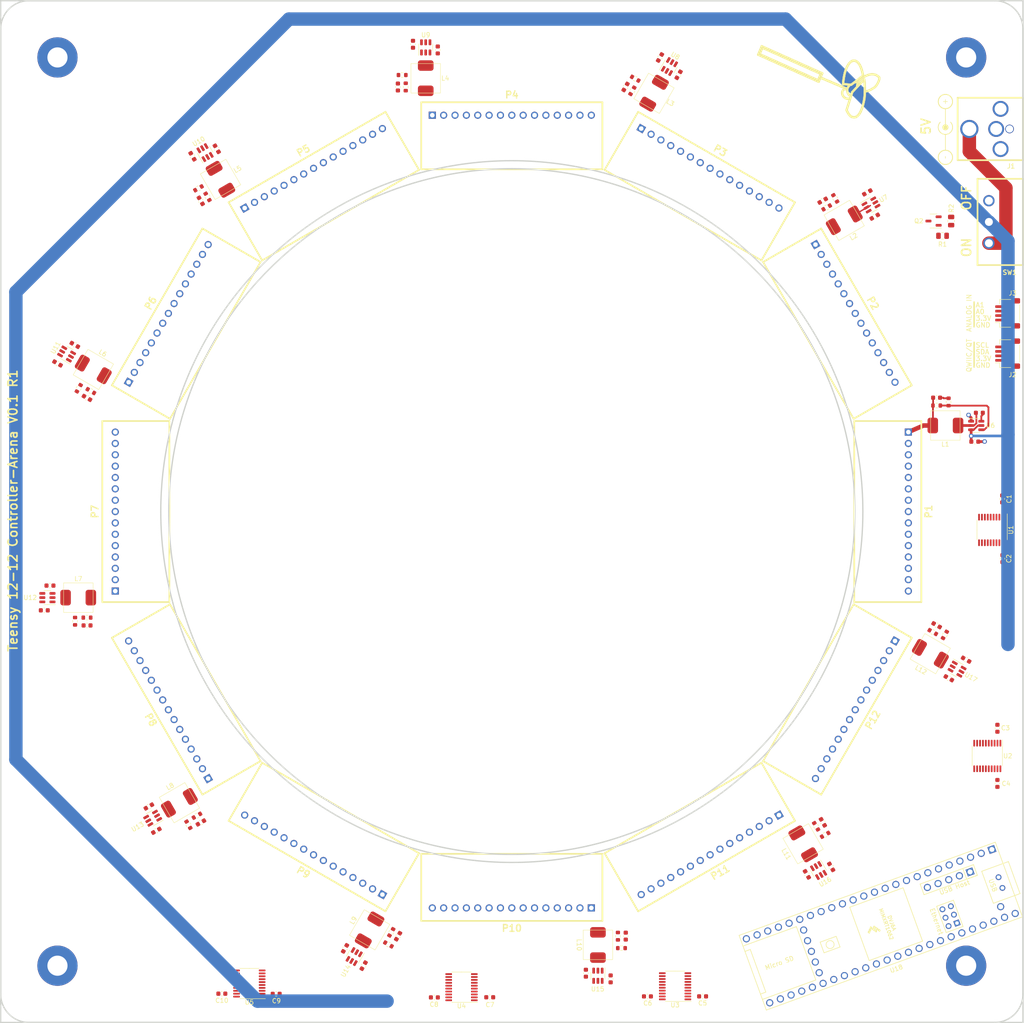
<source format=kicad_pcb>
(kicad_pcb (version 20221018) (generator pcbnew)
  (layers (0 "F.Cu" signal) (1 "In1.Cu" power) (2 "In2.Cu" power) (31 "B.Cu" signal) (34 "B.Paste" user) (35 "F.Paste" user) (36 "B.SilkS" user "B.Silkscreen") (37 "F.SilkS" user "F.Silkscreen") (38 "B.Mask" user) (39 "F.Mask" user) (44 "Edge.Cuts" user))
  (net 0 "")
  (net 1 "+3.3V")
  (net 2 "+5V")
  (net 3 "Net-(U6-VBST)")
  (net 4 "/Power & Voltage Regulators/SW_VCC")
  (net 5 "/Teensy/SDA")
  (net 8 "/Teensy/SCL")
  (net 9 "/Teensy/A0")
  (net 11 "/Teensy/A1")
  (net 12 "Net-(U6-SW)")
  (net 13 "/Level Shifters/PAN5V.SCK_1")
  (net 14 "/Level Shifters/PAN5V.SCK_0")
  (net 15 "/Level Shifters/PAN5V.MOSI_0")
  (net 16 "/Level Shifters/PAN5V.MISO_0")
  (net 17 "/Level Shifters/PAN5V.CS_00")
  (net 18 "/Level Shifters/PAN5V.CS_01")
  (net 19 "/Level Shifters/PAN5V.CS_02")
  (net 20 "/Level Shifters/PAN5V.CS_03")
  (net 21 "/Level Shifters/PAN5V.CS_04")
  (net 22 "/Level Shifters/PAN5V.EXT_INT")
  (net 23 "GND")
  (net 27 "/Level Shifters/PAN5V.CS_05")
  (net 28 "/Level Shifters/PAN5V.CS_06")
  (net 29 "/Level Shifters/PAN5V.CS_08")
  (net 30 "/Level Shifters/PAN5V.CS_09")
  (net 43 "Net-(Q2-G)")
  (net 44 "/Level Shifters/PAN5V.CS_10")
  (net 45 "/Level Shifters/PAN5V.CS_11")
  (net 46 "/Level Shifters/PAN5V.CS_12")
  (net 47 "/Level Shifters/PAN5V.CS_13")
  (net 48 "/Level Shifters/PAN5V.CS_14")
  (net 49 "/Level Shifters/PAN5V.CS_15")
  (net 50 "/Level Shifters/PAN5V.CS_16")
  (net 51 "/Level Shifters/PAN5V.CS_17")
  (net 52 "/Level Shifters/PAN5V.CS_18")
  (net 53 "/Level Shifters/PAN5V.CS_19")
  (net 54 "/Level Shifters/PAN5V.CS_20")
  (net 55 "/Level Shifters/PAN5V.CS_21")
  (net 56 "/Level Shifters/PAN5V.CS_22")
  (net 57 "/Level Shifters/PAN5V.CS_23")
  (net 58 "/Level Shifters/PAN5V.CS_24")
  (net 59 "/Level Shifters/PAN5V.CS_25")
  (net 60 "/Level Shifters/PAN5V.CS_26")
  (net 61 "/Level Shifters/PAN5V.CS_27")
  (net 62 "/Level Shifters/PAN5V.CS_28")
  (net 63 "/Level Shifters/PAN5V.CS_29")
  (net 64 "/Level Shifters/PAN5V.MOSI_1")
  (net 65 "/Level Shifters/PAN5V.MISO_1")
  (net 84 "/Level Shifters/PAN5V.RESET")
  (net 85 "/Level Shifters/PAN3V.RESET")
  (net 86 "/Level Shifters/PAN3V.SCK_0")
  (net 87 "/Level Shifters/PAN3V.MOSI_0")
  (net 88 "/Level Shifters/PAN3V.MISO_0")
  (net 90 "/Level Shifters/PAN3V.SCK_1")
  (net 91 "/Level Shifters/PAN3V.MOSI_1")
  (net 92 "/Level Shifters/PAN3V.MISO_1")
  (net 94 "/Level Shifters/PAN3V.CS_00")
  (net 95 "/Level Shifters/PAN3V.CS_01")
  (net 96 "/Level Shifters/PAN3V.CS_02")
  (net 97 "/Level Shifters/PAN3V.CS_03")
  (net 98 "/Level Shifters/PAN3V.CS_04")
  (net 99 "/Level Shifters/PAN3V.CS_05")
  (net 100 "/Level Shifters/PAN3V.CS_06")
  (net 101 "/Level Shifters/PAN3V.CS_07")
  (net 102 "/Level Shifters/PAN5V.CS_07")
  (net 103 "/Level Shifters/PAN3V.CS_08")
  (net 104 "/Level Shifters/PAN3V.CS_09")
  (net 105 "/Level Shifters/PAN3V.CS_10")
  (net 106 "/Level Shifters/PAN3V.CS_11")
  (net 107 "/Level Shifters/PAN3V.CS_12")
  (net 108 "/Level Shifters/PAN3V.CS_13")
  (net 109 "/Level Shifters/PAN3V.CS_14")
  (net 110 "/Level Shifters/PAN3V.CS_15")
  (net 111 "/Level Shifters/PAN3V.CS_16")
  (net 112 "/Level Shifters/PAN3V.CS_17")
  (net 113 "/Level Shifters/PAN3V.CS_18")
  (net 114 "/Level Shifters/PAN3V.CS_19")
  (net 115 "/Level Shifters/PAN3V.CS_20")
  (net 116 "/Level Shifters/PAN3V.CS_21")
  (net 117 "/Level Shifters/PAN3V.CS_22")
  (net 118 "/Level Shifters/PAN3V.CS_23")
  (net 119 "/Level Shifters/PAN3V.CS_24")
  (net 120 "/Level Shifters/PAN3V.CS_25")
  (net 121 "/Level Shifters/PAN3V.CS_26")
  (net 122 "/Level Shifters/PAN3V.CS_27")
  (net 123 "/Level Shifters/PAN3V.CS_28")
  (net 124 "/Level Shifters/PAN3V.CS_29")
  (net 126 "/Level Shifters/PAN3V.EXT_INT")
  (net 146 "/Panel Headers/RESET")
  (net 147 "VCC")
  (net 148 "/Panel Headers/POW.5V_HDR_1")
  (net 149 "Net-(U7-VBST)")
  (net 150 "Net-(U7-SW)")
  (net 151 "/Panel Headers/POW.5V_HDR_2")
  (net 152 "Net-(U8-VBST)")
  (net 153 "Net-(U8-SW)")
  (net 154 "/Panel Headers/POW.5V_HDR_3")
  (net 155 "Net-(U9-VBST)")
  (net 156 "Net-(U9-SW)")
  (net 157 "/Panel Headers/POW.5V_HDR_4")
  (net 158 "Net-(U10-VBST)")
  (net 159 "Net-(U10-SW)")
  (net 160 "/Panel Headers/POW.5V_HDR_5")
  (net 161 "Net-(U11-VBST)")
  (net 162 "Net-(U11-SW)")
  (net 163 "/Panel Headers/POW.5V_HDR_6")
  (net 164 "Net-(U12-VBST)")
  (net 165 "Net-(U12-SW)")
  (net 166 "/Panel Headers/POW.5V_HDR_7")
  (net 167 "Net-(U13-VBST)")
  (net 168 "Net-(U13-SW)")
  (net 169 "/Panel Headers/POW.5V_HDR_8")
  (net 170 "Net-(U14-VBST)")
  (net 171 "Net-(U14-SW)")
  (net 172 "/Panel Headers/POW.5V_HDR_9")
  (net 173 "Net-(U15-VBST)")
  (net 174 "Net-(U15-SW)")
  (net 175 "/Panel Headers/POW.5V_HDR_10")
  (net 176 "Net-(U16-VBST)")
  (net 177 "Net-(U16-SW)")
  (net 178 "/Panel Headers/POW.5V_HDR_11")
  (net 179 "Net-(U17-VBST)")
  (net 180 "Net-(U17-SW)")
  (net 181 "/Panel Headers/POW.5V_HDR_12")
  (net 182 "Net-(U6-VFB)")
  (net 183 "Net-(U7-VFB)")
  (net 184 "Net-(U8-VFB)")
  (net 185 "Net-(U9-VFB)")
  (net 186 "Net-(U10-VFB)")
  (net 187 "Net-(U11-VFB)")
  (net 188 "Net-(U12-VFB)")
  (net 189 "Net-(U13-VFB)")
  (net 190 "Net-(U14-VFB)")
  (net 191 "Net-(U15-VFB)")
  (net 192 "Net-(U16-VFB)")
  (net 193 "Net-(U17-VFB)")
  (footprint "arena_custom:CYA0650_3P3UH" (layer "F.Cu") (at 274.7336 158.5468 180)
    (fp_text reference "L1")
    (fp_text value "3.3uH" hide)
  )
  (footprint "Package_TO_SOT_SMD:SOT-23-6" (layer "F.Cu") (at 197.0532 281.6494 -90)
    (fp_text reference "U15")
    (fp_text value "TPS564201DDC" hide)
  )
  (footprint "Capacitor_SMD:C_0603_1608Metric" (layer "F.Cu") (at 286.385 226.28 90)
    (fp_text reference "C3")
    (fp_text value "0.1uF" hide)
  )
  (footprint "Capacitor_SMD:C_0603_1608Metric" (layer "F.Cu") (at 111.819726 96.640413 120)
    (fp_text reference "C23" hide)
    (fp_text value "10uF" hide)
  )
  (footprint "MountingHole:MountingHole_4.5mm_Pad" (layer "F.Cu") (at 76.2 76.2)
    (fp_text reference "H1" hide)
    (fp_text value "MountingHole_Pad" hide)
  )
  (footprint "arena_custom:HEADER_TOP" (layer "F.Cu") (at 177.799999 266.474028 180)
    (fp_text reference "P10")
    (fp_text value "CONN15" hide)
  )
  (footprint "Capacitor_SMD:C_0603_1608Metric" (layer "F.Cu") (at 208.124 286.268 180)
    (fp_text reference "C6")
    (fp_text value "0.1uF" hide)
  )
  (footprint "Capacitor_SMD:C_0603_1608Metric" (layer "F.Cu") (at 152.3238 82.815199 -90)
    (fp_text reference "C22" hide)
    (fp_text value "22uF" hide)
  )
  (footprint "Resistor_SMD:R_0603_1608Metric" (layer "F.Cu") (at 202.3232 275.4642)
    (fp_text reference "R22" hide)
    (fp_text value "10k" hide)
  )
  (footprint "arena_custom:HEADER_TOP" (layer "F.Cu") (at 254.593961 222.137014 -120)
    (fp_text reference "P12")
    (fp_text value "CONN15" hide)
  )
  (footprint "Resistor_SMD:R_0603_1608Metric" (layer "F.Cu") (at 153.2768 80.135799 180)
    (fp_text reference "R10" hide)
    (fp_text value "10k" hide)
  )
  (footprint "arena_custom:HEADER_TOP" (layer "F.Cu") (at 89.125971 177.8 90)
    (fp_text reference "P7")
    (fp_text value "CONN15" hide)
  )
  (footprint "Capacitor_SMD:C_0603_1608Metric" (layer "F.Cu") (at 210.935771 76.21116 -120)
    (fp_text reference "C18" hide)
    (fp_text value "100nF" hide)
  )
  (footprint "Capacitor_SMD:C_0603_1608Metric" (layer "F.Cu") (at 106.38937 98.30916 -60)
    (fp_text reference "C24" hide)
    (fp_text value "100nF" hide)
  )
  (footprint "Capacitor_SMD:C_0603_1608Metric" (layer "F.Cu") (at 73.253599 199.898)
    (fp_text reference "C30" hide)
    (fp_text value "100nF" hide)
  )
  (footprint "Package_TO_SOT_SMD:SOT-23-6" (layer "F.Cu") (at 258.109619 109.201539 30)
    (fp_text reference "U7")
    (fp_text value "TPS564201DDC" hide)
  )
  (footprint "Capacitor_SMD:C_0603_1608Metric" (layer "F.Cu") (at 82.815199 203.2762)
    (fp_text reference "C31" hide)
    (fp_text value "22uF" hide)
  )
  (footprint "arena_custom:slide_switch" (layer "F.Cu") (at 287.02 113.0027 90)
    (fp_text reference "SW1")
    (fp_text value "SW_SPDT" hide)
  )
  (footprint "Package_SO:TSSOP-20_4.4x6.5mm_P0.65mm" (layer "F.Cu") (at 214.3086 284.0016 180)
    (fp_text reference "U3")
    (fp_text value "TXB0108PW" hide)
  )
  (footprint "Capacitor_SMD:C_0603_1608Metric" (layer "F.Cu") (at 96.640413 243.780273 -150)
    (fp_text reference "C32" hide)
    (fp_text value "10uF" hide)
  )
  (footprint "Resistor_SMD:R_0603_1608Metric" (layer "F.Cu") (at 247.869814 250.118078 30)
    (fp_text reference "R24" hide)
    (fp_text value "10k" hide)
  )
  (footprint "Capacitor_SMD:C_0603_1608Metric" (layer "F.Cu") (at 160.4794 286.4912 180)
    (fp_text reference "C8")
    (fp_text value "0.1uF" hide)
  )
  (footprint "Package_SO:TSSOP-20_4.4x6.5mm_P0.65mm" (layer "F.Cu") (at 284.1252 232.4759 -90)
    (fp_text reference "U2")
    (fp_text value "TXB0108PW" hide)
  )
  (footprint "Resistor_SMD:R_0603_1608Metric" (layer "F.Cu") (at 109.756159 107.39181 120)
    (fp_text reference "R11" hide)
    (fp_text value "56.2k" hide)
  )
  (footprint "Resistor_SMD:R_0603_1608Metric" (layer "F.Cu") (at 107.39181 245.84384 -150)
    (fp_text reference "R17" hide)
    (fp_text value "56.2k" hide)
  )
  (footprint "Package_TO_SOT_SMD:SOT-23-6" (layer "F.Cu") (at 277.362819 213.05094 -30)
    (fp_text reference "U17")
    (fp_text value "TPS564201DDC" hide)
  )
  (footprint "arena_custom:HEADER_TOP" (layer "F.Cu") (at 133.462985 254.593961 150)
    (fp_text reference "P9")
    (fp_text value "CONN15" hide)
  )
  (footprint "arena_custom:HEADER_TOP" (layer "F.Cu") (at 222.137014 254.593961 -150)
    (fp_text reference "P11")
    (fp_text value "CONN15" hide)
  )
  (footprint "Capacitor_SMD:C_0603_1608Metric" (layer "F.Cu") (at 155.702 73.253599 -90)
    (fp_text reference "C21" hide)
    (fp_text value "100nF" hide)
  )
  (footprint "arena_custom:CYA0650_3P3UH" (layer "F.Cu") (at 112.659439 103.479639 -60)
    (fp_text reference "L5")
    (fp_text value "3.3uH" hide)
  )
  (footprint "Capacitor_SMD:C_0603_1608Metric" (layer "F.Cu") (at 125.1074 285.6992)
    (fp_text reference "C9")
    (fp_text value "0.1uF" hide)
  )
  (footprint "arena_custom:JST_SH_SM04B-SRSS-TB_1x04-1MP_P1.00mm_Horizontal" (layer "F.Cu") (at 288.6756 133.4516 90)
    (fp_text reference "J3")
    (fp_text value "Conn_01x04" hide)
  )
  (footprint "Resistor_SMD:R_0603_1608Metric" (layer "F.Cu") (at 105.481921 247.869814 -60)
    (fp_text reference "R18" hide)
    (fp_text value "10k" hide)
  )
  (footprint "Resistor_SMD:R_0603_1608Metric" (layer "F.Cu") (at 80.958721 150.205613 -120)
    (fp_text reference "R14" hide)
    (fp_text value "10k" hide)
  )
  (footprint "Capacitor_SMD:C_0603_1608Metric" (layer "F.Cu") (at 287.528 188.328 -90)
    (fp_text reference "C2")
    (fp_text value "0.1uF")
  )
  (footprint "Capacitor_SMD:C_0603_1608Metric" (layer "F.Cu") (at 98.30916 249.210629 30)
    (fp_text reference "C33" hide)
    (fp_text value "100nF" hide)
  )
  (footprint "Capacitor_SMD:C_0603_1608Metric" (layer "F.Cu") (at 220.459 286.258)
    (fp_text reference "C5")
    (fp_text value "0.1uF" hide)
  )
  (footprint "Resistor_SMD:R_0603_1608Metric" (layer "F.Cu") (at 271.931789 204.75336 -30)
    (fp_text reference "R25" hide)
    (fp_text value "56.2k" hide)
  )
  (footprint "Capacitor_SMD:C_0603_1608Metric" (layer "F.Cu") (at 74.523599 194.3608 180)
    (fp_text reference "C29" hide)
    (fp_text value "10uF" hide)
  )
  (footprint "Capacitor_SMD:C_0603_1608Metric" (layer "F.Cu") (at 112.9574 285.6592 180)
    (fp_text reference "C10")
    (fp_text value "0.1uF" hide)
  )
  (footprint "Resistor_SMD:R_0603_1608Metric" (layer "F.Cu") (at 275.4642 153.2768 90)
    (fp_text reference "R4" hide)
    (fp_text value "10k" hide)
  )
  (footprint "Resistor_SMD:R_0603_1608Metric" (layer "F.Cu") (at 248.208189 109.756159 30)
    (fp_text reference "R5" hide)
    (fp_text value "56.2k" hide)
  )
  (footprint "Resistor_SMD:R_0603_1608Metric" (layer "F.Cu") (at 250.118078 107.730185 120)
    (fp_text reference "R6" hide)
    (fp_text value "10k" hide)
  )
  (footprint "Capacitor_SMD:C_0603_1608Metric" (layer "F.Cu") (at 152.370635 272.79735 60)
    (fp_text reference "C37" hide)
    (fp_text value "22uF" hide)
  )
  (footprint "Capacitor_SMD:C_0603_1608Metric" (layer "F.Cu") (at 199.898 282.3464 90)
    (fp_text reference "C39" hide)
    (fp_text value "100nF" hide)
  )
  (footprint "Capacitor_SMD:C_0603_1608Metric" (layer "F.Cu") (at 258.959586 111.819726 30)
    (fp_text reference "C14" hide)
    (fp_text value "10uF" hide)
  )
  (footprint "Resistor_SMD:R_0603_1608Metric" (layer "F.Cu") (at 204.75336 83.66821 60)
    (fp_text reference "R7" hide)
    (fp_text value "56.2k" hide)
  )
  (footprint "MountingHole:MountingHole_4.5mm_Pad" (layer "F.Cu") (at 279.4 279.4)
    (fp_text reference "H3" hide)
    (fp_text value "MountingHole_Pad" hide)
  )
  (footprint "Package_SO:TSSOP-20_4.4x6.5mm_P0.65mm" (layer "F.Cu") (at 285.201 181.9095 -90)
    (fp_text reference "U1")
    (fp_text value "TXB0108PW")
  )
  (footprint "arena_custom:CYA0650_3P3UH" (layer "F.Cu") (at 242.94056 252.12036 120)
    (fp_text reference "L11")
    (fp_text value "3.3uH" hide)
  )
  (footprint "Package_TO_SOT_SMD:SOT-23-3" (layer "F.Cu") (at 272.1009 112.8014 180)
    (fp_text reference "Q2")
    (fp_text value "MOSFET_NCHAN" hide)
  )
  (footprint "MountingHole:MountingHole_4.5mm_Pad" (layer "F.Cu") (at 76.2 279.4)
    (fp_text reference "H4" hide)
    (fp_text value "MountingHole_Pad" hide)
  )
  (footprint "arena_custom:CYA0650_3P3UH" (layer "F.Cu") (at 197.0532 274.7336 90)
    (fp_text reference "L10")
    (fp_text value "3.3uH" hide)
  )
  (footprint "Capacitor_SMD:C_0603_1608Metric" (layer "F.Cu") (at 275.520386 215.096126 -30)
    (fp_text reference "C44" hide)
    (fp_text value "10uF" hide)
  )
  (footprint "Package_TO_SOT_SMD:SOT-23-6" (layer "F.Cu") (at 142.549059 277.362819 -120)
    (fp_text reference "U14")
    (fp_text value "TPS564201DDC" hide)
  )
  (footprint "Resistor_SMD:R_0603_1608Metric" (layer "F.Cu") (at 150.205613 274.641278 -30)
    (fp_text reference "R20" hide)
    (fp_text value "10k" hide)
  )
  (footprint "arena_custom:DCJACK_2PIN_HIGHCURRENT" (layer "F.Cu") (at 292.1 92.202 -90)
    (fp_text reference "J1")
    (fp_text value "Barrel_Jack" hide)
  )
  (footprint "Capacitor_SMD:C_0603_1608Metric" (layer "F.Cu") (at 80.079613 140.503873 150)
    (fp_text reference "C26" hide)
    (fp_text value "10uF" hide)
  )
  (footprint "Capacitor_SMD:C_0603_1608Metric" (layer "F.Cu") (at 272.79735 203.229364 150)
    (fp_text reference "C46" hide)
    (fp_text value "22uF" hide)
  )
  (footprint "Capacitor_SMD:C_0603_1608Metric" (layer "F.Cu") (at 281.3304 162.1536)
    (fp_text reference "C11" hide)
    (fp_text value "10uF" hide)
  )
  (footprint "arena_custom:HEADER_TOP" (layer "F.Cu") (at 133.462985 101.006038 30)
    (fp_text reference "P5")
    (fp_text value "CONN15" hide)
  )
  (footprint "Capacitor_SMD:C_0603_1608Metric" (layer "F.Cu") (at 257.290839 106.38937 -150)
    (fp_text reference "C15" hide)
    (fp_text value "100nF" hide)
  )
  (footprint "arena_custom:CYA0650_3P3UH" (layer "F.Cu") (at 80.866399 197.0532)
    (fp_text reference "L7")
    (fp_text value "3.3uH" hide)
  )
  (footprint "Package_SO:TSSOP-20_4.4x6.5mm_P0.65mm" (layer "F.Cu") (at 166.55 284.204 180)
    (fp_text reference "U4")
    (fp_text value "TXB0108PW" hide)
  )
  (footprint "Capacitor_SMD:C_0603_1608Metric" (layer "F.Cu") (at 76.21116 144.664228 -30)
    (fp_text reference "C27" hide)
    (fp_text value "100nF" hide)
  )
  (footprint "arena_custom:HEADER_TOP" (layer "F.Cu") (at 177.8 89.125971)
    (fp_text reference "P4")
    (fp_text value "CONN15" hide)
  )
  (footprint "Capacitor_SMD:C_0603_1608Metric" (layer "F.Cu") (at 247.355436 247.32115 120)
    (fp_text reference "C43" hide)
    (fp_text value "22uF" hide)
  )
  (footprint "Resistor_SMD:R_0805_2012Metric" (layer "F.Cu") (at 274.1149 116.1034)
    (fp_text reference "R1")
    (fp_text value "200" hide)
  )
  (footprint "Capacitor_SMD:C_0603_1608Metric" (layer "F.Cu") (at 140.503873 275.520386 -120)
    (fp_text reference "C35" hide)
    (fp_text value "10uF" hide)
  )
  (footprint "Resistor_SMD:R_0603_1608Metric" (layer "F.Cu") (at 150.846639 271.931789 -120)
    (fp_text reference "R19" hide)
    (fp_text value "56.2k" hide)
  )
  (footprint "Capacitor_SMD:C_0603_1608Metric" (layer "F.Cu") (at 82.802649 152.370635 -30)
    (fp_text reference "C28" hide)
    (fp_text value "22uF" hide)
  )
  (footprint "Capacitor_SMD:C_0603_1608Metric" (layer "F.Cu") (at 247.32115 108.244563 -150)
    (fp_text reference "C16" hide)
    (fp_text value "22uF" hide)
  )
  (footprint "Capacitor_SMD:C_0603_1608Metric" (layer "F.Cu") (at 108.244563 108.278849 -60)
    (fp_text reference "C25" hide)
    (fp_text value "22uF" hide)
  )
  (footprint "Capacitor_SMD:C_0603_1608Metric" (layer "F.Cu") (at 279.388839 210.935771 150)
    (fp_text reference "C45" hide)
    (fp_text value "100nF" hide)
  )
  (footprint "Capacitor_SMD:C_0603_1608Metric" (layer "F.Cu") (at 215.096126 80.079613 60)
    (fp_text reference "C17" hide)
    (fp_text value "10uF" hide)
  )
  (footprint "Capacitor_SMD:C_0603_1608Metric" (layer "F.Cu") (at 194.360799 281.0764 -90)
    (fp_text reference "C38" hide)
    (fp_text value "10uF" hide)
  )
  (footprint "teensy:Teensy41" (layer "F.Cu") (at 260.310378 270.545439 -160)
    (fp_text reference "U18")
    (fp_text value "Teensy4.1")
  )
  (footprint "arena_custom:HEADER_TOP" (layer "F.Cu") (at 266.474028 177.8 -90)
    (fp_text reference "P1")
    (fp_text value "CONN15" hide)
  )
  (footprint "Capacitor_SMD:C_0603_1608Metric" (layer "F.Cu") (at 161.2392 74.523599 90)
    (fp_text reference "C20" hide)
    (fp_text value "10uF" hide)
  )
  (footprint "Package_TO_SOT_SMD:SOT-23-6" (layer "F.Cu") (at 78.23718 142.549059 150)
    (fp_text reference "U11")
    (fp_text value "TPS564201DDC" hide)
  )
  (footprint "Capacitor_SMD:C_0603_1608Metric" (layer "F.Cu") (at 203.2762 272.7848 90)
    (fp_text reference "C40" hide)
    (fp_text value "22uF" hide)
  )
  (footprint "Resistor_SMD:R_0603_1608Metric" (layer "F.Cu") (at 82.802799 201.5236 180)
    (fp_text reference "R15" hide)
    (fp_text value "56.2k" hide)
  )
  (footprint "arena_custom:HEADER_TOP" (layer "F.Cu") (at 101.006038 133.462985 60)
    (fp_text reference "P6")
    (fp_text value "CONN15" hide)
  )
  (footprint "arena_custom:CYA0650_3P3UH" (layer "F.Cu") (at 146.006959 271.37356 60)
    (fp_text reference "L9")
    (fp_text value "3.3uH" hide)
  )
  (footprint "arena_custom:HEADER_TOP" (layer "F.Cu") (at 101.006038 222.137014 120)
    (fp_text reference "P8")
    (fp_text value "CONN15" hide)
  )
  (footprint "Capacitor_SMD:C_0603_1608Metric" (layer "F.Cu") (at 272.7848 152.3238 180)
    (fp_text reference "C13" hide)
    (fp_text value "22uF" hide)
  )
  (footprint "Package_TO_SOT_SMD:SOT-23-6" (layer "F.Cu") (at 97.49038 246.39846 -150)
    (fp_text reference "U13")
    (fp_text value "TPS564201DDC" hide)
  )
  (footprint "Capacitor_SMD:C_0603_1608Metric" (layer "F.Cu") (at 282.3464 155.702 180)
    (fp_text reference "C12" hide)
    (fp_text value "100nF" hide)
  )
  (footprint "Package_TO_SOT_SMD:SOT-23-6" (layer "F.Cu") (at 158.5468 73.950599 90)
    (fp_text reference "U9")
    (fp_text value "TPS564201DDC" hide)
  )
  (footprint "arena_custom:CYA0650_3P3UH" (layer "F.Cu") (at 209.59304 84.226439 -120)
    (fp_text reference "L3")
    (fp_text value "3.3uH" hide)
  )
  (footprint "MountingHole:MountingHole_4.5mm_Pad" (layer "F.Cu") (at 279.4 76.2)
    (fp_text reference "H2" hide)
    (fp_text value "MountingHole_Pad" hide)
  )
  (footprint "Capacitor_SMD:C_0603_1608Metric" (layer "F.Cu") (at 286.385 238.62 -90)
    (fp_text reference "C4")
    (fp_text value "0.1uF" hide)
  )
  (footprint "Package_TO_SOT_SMD:SOT-23-6" (layer "F.Cu") (at 246.39846 258.109619 -60)
    (fp_text reference "U16")
    (fp_text value "TPS564201DDC" hide)
  )
  (footprint "arena_custom:CYA0650_3P3UH" (layer "F.Cu") (at 84.226439 146.006959 -30)
    (fp_text reference "L6")
    (fp_text value "3.3uH" hide)
  )
  (footprint "Resistor_SMD:R_0603_1608Metric" (layer "F.Cu") (at 272.7972 154.0764)
    (fp_text reference "R3" hide)
    (fp_text value "56.2k" hide)
  )
  (footprint "Package_TO_SOT_SMD:SOT-23-6" (layer "F.Cu") (at 281.6494 158.5468)
    (fp_text reference "U6")
    (fp_text value "TPS564201DDC" hide)
  )
  (footprint "Capacitor_SMD:C_0603_1608Metric" (layer "F.Cu") (at 172.8594 286.4612)
    (fp_text reference "C7")
    (fp_text value "0.1uF")
  )
  (footprint "Resistor_SMD:R_0603_1608Metric" (layer "F.Cu") (at 245.84384 248.208189 -60)
    (fp_text reference "R23" hide)
    (fp_text value "56.2k" hide)
  )
  (footprint "Package_TO_SOT_SMD:SOT-23-6" (layer "F.Cu") (at 73.950599 197.0532 180)
    (fp_text reference "U12")
    (fp_text value "TPS564201DDC" hide)
  )
  (footprint "Resistor_SMD:R_0603_1608Metric" (layer "F.Cu") (at 205.394386 80.958721 150)
    (fp_text reference "R8" hide)
    (fp_text value "10k" hide)
  )
  (footprint "arena_custom:CYA0650_3P3UH" (layer "F.Cu") (at 252.12036 112.659439 -150)
    (fp_text reference "L2")
    (fp_text value "3.3uH" hide)
  )
  (footprint "Capacitor_SMD:C_0603_1608Metric" (layer "F.Cu") (at 108.278849 247.355436 30)
    (fp_text reference "C34" hide)
    (fp_text value "22uF" hide)
  )
  (footprint "Capacitor_SMD:C_0603_1608Metric" (layer "F.Cu") (at 243.780273 258.959586 -60)
    (fp_text reference "C41" hide)
    (fp_text value "10uF" hide)
  )
  (footprint "Resistor_SMD:R_0603_1608Metric" (layer "F.Cu") (at 274.641278 205.394386 60)
    (fp_text reference "R26" hide)
    (fp_text value "10k" hide)
  )
  (footprint "Capacitor_SMD:C_0603_1608Metric" (layer "F.Cu") (at 287.4772 174.9676 90)
    (fp_text reference "C1")
    (fp_text value "0.1uF")
  )
  (footprint "Resistor_SMD:R_0603_1608Metric" (layer "F.Cu") (at 80.135799 202.3232 -90)
    (fp_text reference "R16" hide)
    (fp_text value "10k" hide)
  )
  (footprint "arena_custom:CYA0650_3P3UH" (layer "F.Cu") (at 103.479639 242.94056 30)
    (fp_text reference "L8")
    (fp_text value "3.3uH" hide)
  )
  (footprint "Resistor_SMD:R_0603_1608Metric" (layer "F.Cu") (at 83.66821 150.846639 150)
    (fp_text reference "R13" hide)
    (fp_text value "56.2k" hide)
  )
  (footprint "Package_TO_SOT_SMD:SOT-23-6" (layer "F.Cu") (at 213.05094 78.23718 60)
    (fp_text reference "U8")
    (fp_text value "TPS564201DDC" hide)
  )
  (footprint "Resistor_SMD:R_0603_1608Metric" (layer "F.Cu") (at 154.0764 82.802799 90)
    (fp_text reference "R9" hide)
    (fp_text value "56.2k" hide)
  )
  (footprint "arena_custom:CYA0650_3P3UH" (layer "F.Cu") (at 271.37356 209.59304 150)
    (fp_text reference "L12")
    (fp_text value "3.3uH" hide)
  )
  (footprint "arena_custom:HEADER_TOP" (layer "F.Cu") (at 254.593961 133.462985 -60)
    (fp_text reference "P2")
    (fp_text value "CONN15" hide)
  )
  (footprint "arena_custom:CYA0650_3P3UH" (layer "F.Cu") (at 158.5468 80.866399 -90)
    (fp_text reference "L4")
    (fp_text value "3.3uH" hide)
  )
  (footprint "Capacitor_SMD:C_0603_1608Metric" (layer "F.Cu") (at 144.664228 279.388839 60)
    (fp_text reference "C36" hide)
    (fp_text value "100nF" hide)
  )
  (footprint "arena_custom:JST_SH_SM04B-SRSS-TB_1x04-1MP_P1.00mm_Horizontal" (layer "F.Cu") (at 288.6756 142.4626 90)
    (fp_text reference "J2")
    (fp_text value "Conn_01x04" hide)
  )
  (footprint "Capacitor_SMD:C_0603_1608Metric" (layer "F.Cu") (at 249.210629 257.290839 120)
    (fp_text reference "C42" hide)
    (fp_text value "100nF" hide)
  )
  (footprint "arena_custom:HEADER_TOP" (layer "F.Cu") (at 222.137014 101.006038 -30)
    (fp_text reference "P3")
    (fp_text value "CONN15" hide)
  )
  (footprint "Package_SO:TSSOP-20_4.4x6.5mm_P0.65mm" (layer "F.Cu") (at 119.1051 283.391 180)
    (fp_text reference "U5")
    (fp_text value "TXB0108PW" hide)
  )
  (footprint "Resistor_SMD:R_0805_2012Metric" (layer "F.Cu") (at 276.0434 112.8014 -90)
    (fp_text reference "R2")
    (fp_text value "20k" hide)
  )
  (footprint "Resistor_SMD:R_0603_1608Metric" (layer "F.Cu") (at 201.5236 272.7972 -90)
    (fp_text reference "R21" hide)
    (fp_text value "56.2k" hide)
  )
  (footprint "Resistor_SMD:R_0603_1608Metric" (layer "F.Cu") (at 107.730185 105.481921 -150)
    (fp_text reference "R12" hide)
    (fp_text value "10k" hide)
  )
  (footprint "Capacitor_SMD:C_0603_1608Metric" (layer "F.Cu") (at 203.229364 82.802649 -120)
    (fp_text reference "C19" hide)
    (fp_text value "22uF" hide)
  )
  (footprint "Package_TO_SOT_SMD:SOT-23-6" (layer "F.Cu") (at 109.201539 97.49038 120)
    (fp_text reference "U10")
    (fp_text value "TPS564201DDC" hide)
  )
  (gr_line (start 256.199044 87.297682) (end 256.271976 87.058327) (stroke (width 0.514144)) (layer "F.SilkS"))
  (gr_line (start 253.328128 89.085184) (end 253.428895 89.190784) (stroke (width 0.514144)) (layer "F.SilkS"))
  (gr_line (start 253.398643 85.370906) (end 253.047927 85.47159) (stroke (width 0.514144)) (layer "F.SilkS"))
  (gr_line (start 273.458677 92.763687) (end 273.412617 92.697601) (stroke (width 0.15487)) (layer "F.SilkS"))
  (gr_line (start 275.079658 84.502663) (end 275.156965 84.520506) (stroke (width 0.179621)) (layer "F.SilkS"))
  (gr_line (start 273.801544 84.787649) (end 273.864193 84.743099) (stroke (width 0.179621)) (layer "F.SilkS"))
  (gr_line (start 256.682667 84.850824) (end 256.710096 84.544275) (stroke (width 0.514144)) (layer "F.SilkS"))
  (gr_line (start 252.01772 82.16411) (end 251.877536 82.16992) (stroke (width 0.514144)) (layer "F.SilkS"))
  (gr_line (start 252.053344 83.360095) (end 252.337198 83.279574) (stroke (width 0.514144)) (layer "F.SilkS"))
  (gr_line (start 252.648282 87.995452) (end 252.864904 88.424901) (stroke (width 0.514144)) (layer "F.SilkS"))
  (gr_line (start 255.368341 88.978587) (end 255.474286 88.838667) (stroke (width 0.514144)) (layer "F.SilkS"))
  (gr_line (start 275.307038 100.056867) (end 275.232792 100.081989) (stroke (width 0.179621)) (layer "F.SilkS"))
  (gr_line (start 276.124191 97.727336) (end 276.162666 97.794252) (stroke (width 0.179621)) (layer "F.SilkS"))
  (gr_line (start 253.852396 89.497068) (end 253.962792 89.543132) (stroke (width 0.514144)) (layer "F.SilkS"))
  (gr_line (start 253.107055 88.828682) (end 253.329101 89.139146) (stroke (width 0.514144)) (layer "F.SilkS"))
  (gr_line (start 274.514275 87.647619) (end 274.435586 87.633567) (stroke (width 0.179621)) (layer "F.SilkS"))
  (gr_line (start 276.144971 92.629798) (end 276.102596 92.697601) (stroke (width 0.15487)) (layer "F.SilkS"))
  (gr_line (start 253.599513 89.404428) (end 253.881595 89.536188) (stroke (width 0.514144)) (layer "F.SilkS"))
  (gr_line (start 273.683213 99.738719) (end 273.627717 99.68581) (stroke (width 0.179621)) (layer "F.SilkS"))
  (gr_line (start 273.929041 99.922493) (end 273.864208 99.88093) (stroke (width 0.179621)) (layer "F.SilkS"))
  (gr_line (start 276.351319 92.042732) (end 276.338422 92.11912) (stroke (width 0.15487)) (layer "F.SilkS"))
  (gr_line (start 255.525857 82.231349) (end 253.909263 83.976567) (stroke (width 0.514144)) (layer "F.SilkS"))
  (gr_line (start 273.74118 97.322884) (end 273.801544 97.275447) (stroke (width 0.179621)) (layer "F.SilkS"))
  (gr_line (start 252.552095 78.774228) (end 252.838191 78.144863) (stroke (width 0.514144)) (layer "F.SilkS"))
  (gr_line (start 251.969289 84.954351) (end 251.774238 84.647473) (stroke (width 0.514144)) (layer "F.SilkS"))
  (gr_line (start 253.435013 77.325878) (end 253.641567 77.156405) (stroke (width 0.514144)) (layer "F.SilkS"))
  (gr_line (start 274.675394 87.663951) (end 274.594245 87.657781) (stroke (width 0.179621)) (layer "F.SilkS"))
  (gr_line (start 259.176866 80.098993) (end 259.525148 80.289985) (stroke (width 0.514144)) (layer "F.SilkS"))
  (gr_line (start 273.432595 99.449323) (end 273.391031 99.38449) (stroke (width 0.179621)) (layer "F.SilkS"))
  (gr_line (start 273.178102 85.824768) (end 273.192154 85.74608) (stroke (width 0.179621)) (layer "F.SilkS"))
  (gr_line (start 252.166875 85.147003) (end 251.969289 84.954351) (stroke (width 0.514144)) (layer "F.SilkS"))
  (gr_line (start 252.693095 88.053999) (end 252.775458 88.230525) (stroke (width 0.514144)) (layer "F.SilkS"))
  (gr_line (start 275.832018 87.250921) (end 275.774039 87.301144) (stroke (width 0.179621)) (layer "F.SilkS"))
  (gr_line (start 251.774238 84.647473) (end 251.684112 84.419114) (stroke (width 0.514144)) (layer "F.SilkS"))
  (gr_line (start 276.162666 85.306454) (end 276.197954 85.375353) (stroke (width 0.179621)) (layer "F.SilkS"))
  (gr_line (start 274.757623 87.666031) (end 274.675394 87.663951) (stroke (width 0.179621)) (layer "F.SilkS"))
  (gr_line (start 275.000969 84.488611) (end 275.079658 84.502663) (stroke (width 0.179621)) (layer "F.SilkS"))
  (gr_line (start 255.06343 89.325641) (end 255.481002 88.89717) (stroke (width 0.514144)) (layer "F.SilkS"))
  (gr_line (start 273.391023 85.239538) (end 273.432586 85.174706) (stroke (width 0.179621)) (layer "F.SilkS"))
  (gr_line (start 276.347273 98.392536) (end 276.353443 98.473685) (stroke (width 0.179621)) (layer "F.SilkS"))
  (gr_line (start 275.450382 97.115569) (end 275.51928 97.150857) (stroke (width 0.179621)) (layer "F.SilkS"))
  (gr_line (start 273.679039 93.007324) (end 273.618965 92.950211) (stroke (width 0.15487)) (layer "F.SilkS"))
  (gr_line (start 255.036411 82.539878) (end 255.042022 82.457412) (stroke (width 0.514144)) (layer "F.SilkS"))
  (gr_line (start 276.197954 86.760877) (end 276.162666 86.829776) (stroke (width 0.179621)) (layer "F.SilkS"))
  (gr_line (start 255.276137 77.430101) (end 255.346218 77.514994) (stroke (width 0.514144)) (layer "F.SilkS"))
  (gr_line (start 276.323059 85.74608) (end 276.337111 85.824768) (stroke (width 0.179621)) (layer "F.SilkS"))
  (gr_line (start 253.521335 77.222379) (end 253.965722 76.96148) (stroke (width 0.514144)) (layer "F.SilkS"))
  (gr_line (start 275.94042 97.481511) (end 275.990643 97.539491) (stroke (width 0.179621)) (layer "F.SilkS"))
  (gr_line (start 256.875322 83.833962) (end 256.742183 83.87768) (stroke (width 0.514144)) (layer "F.SilkS"))
  (gr_line (start 254.654616 76.988025) (end 254.738231 77.019672) (stroke (width 0.514144)) (layer "F.SilkS"))
  (gr_line (start 274.135626 84.595772) (end 274.208191 84.567161) (stroke (width 0.179621)) (layer "F.SilkS"))
  (gr_line (start 273.237589 92.344278) (end 273.213638 92.270036) (stroke (width 0.15487)) (layer "F.SilkS"))
  (gr_line (start 274.514268 96.976409) (end 274.594239 96.966247) (stroke (width 0.179621)) (layer "F.SilkS"))
  (gr_line (start 275.307038 87.569069) (end 275.232792 87.594191) (stroke (width 0.179621)) (layer "F.SilkS"))
  (gr_line (start 276.353443 98.638142) (end 276.347273 98.719291) (stroke (width 0.179621)) (layer "F.SilkS"))
  (gr_line (start 273.801558 99.836379) (end 273.741193 99.788942) (stroke (width 0.179621)) (layer "F.SilkS"))
  (gr_line (start 254.131302 89.588144) (end 254.188191 89.596579) (stroke (width 0.514144)) (layer "F.SilkS"))
  (gr_line (start 274.911957 93.414485) (end 274.834853 93.420012) (stroke (width 0.15487)) (layer "F.SilkS"))
  (gr_line (start 275.586196 87.434695) (end 275.51928 87.473171) (stroke (width 0.179621)) (layer "F.SilkS"))
  (gr_line (start 274.834853 93.420012) (end 274.757606 93.421855) (stroke (width 0.15487)) (layer "F.SilkS"))
  (gr_line (start 259.542541 82.121242) (end 259.303428 82.48594) (stroke (width 0.514144)) (layer "F.SilkS"))
  (gr_line (start 255.432428 81.506674) (end 255.645993 81.235336) (stroke (width 0.514144)) (layer "F.SilkS"))
  (gr_line (start 274.757623 91.163801) (end 274.757623 87.739042) (stroke (width 0.168772)) (layer "F.SilkS"))
  (gr_line (start 273.391031 99.38449) (end 273.352554 99.317574) (stroke (width 0.179621)) (layer "F.SilkS"))
  (gr_line (start 253.135036 82.646298) (end 253.29269 82.463024) (stroke (width 0.514144)) (layer "F.SilkS"))
  (gr_line (start 251.858224 83.534084) (end 252.053344 83.360095) (stroke (width 0.514144)) (layer "F.SilkS"))
  (gr_line (start 274.135639 100.028256) (end 274.064857 99.996257) (stroke (width 0.179621)) (layer "F.SilkS"))
  (gr_line (start 273.16177 85.985887) (end 273.16794 85.904738) (stroke (width 0.179621)) (layer "F.SilkS"))
  (gr_line (start 274.594245 87.657781) (end 274.514275 87.647619) (stroke (width 0.179621)) (layer "F.SilkS"))
  (gr_line (start 275.450382 87.508459) (end 275.379601 87.540458) (stroke (width 0.179621)) (layer "F.SilkS"))
  (gr_line (start 276.229953 99.177894) (end 276.197954 99.248675) (stroke (width 0.179621)) (layer "F.SilkS"))
  (gr_line (start 255.220933 77.362302) (end 255.627103 77.91908) (stroke (width 0.514144)) (layer "F.SilkS"))
  (gr_line (start 259.525148 80.289985) (end 259.78989 80.507871) (stroke (width 0.514144)) (layer "F.SilkS"))
  (gr_line (start 246.348282 81.480219) (end 233.048664 75.525588) (stroke (width 0.514144)) (layer "F.SilkS"))
  (gr_line (start 273.154682 91.657214) (end 273.163894 91.580397) (stroke (width 0.15487)) (layer "F.SilkS"))
  (gr_line (start 276.360531 91.965914) (end 276.351319 92.042732) (stroke (width 0.15487)) (layer "F.SilkS"))
  (gr_line (start 246.463759 81.532354) (end 247.222944 79.751814) (stroke (width 0.514144)) (layer "F.SilkS"))
  (gr_line (start 254.303207 76.931315) (end 254.393603 76.93489) (stroke (width 0.514144)) (layer "F.SilkS"))
  (gr_line (start 256.040481 87.747626) (end 256.121828 87.527581) (stroke (width 0.514144)) (layer "F.SilkS"))
  (gr_line (start 274.208191 97.054959) (end 274.282438 97.029837) (stroke (width 0.179621)) (layer "F.SilkS"))
  (gr_line (start 253.881595 89.536188) (end 254.324682 89.610855) (stroke (width 0.514144)) (layer "F.SilkS"))
  (gr_line (start 275.435657 93.272624) (end 275.363562 93.303944) (stroke (width 0.15487)) (layer "F.SilkS"))
  (gr_line (start 274.680359 93.420012) (end 274.603255 93.414485) (stroke (width 0.15487)) (layer "F.SilkS"))
  (gr_line (start 257.844701 80.028055) (end 258.211627 79.972669) (stroke (width 0.514144)) (layer "F.SilkS"))
  (gr_line (start 275.709728 93.110496) (end 275.643643 93.156555) (stroke (width 0.15487)) (layer "F.SilkS"))
  (gr_line (start 274.526438 93.405273) (end 274.450049 93.392377) (stroke (width 0.15487)) (layer "F.SilkS"))
  (gr_line (start 274.839851 87.663951) (end 274.757623 87.666031) (stroke (width 0.179621)) (layer "F.SilkS"))
  (gr_line (start 258.842153 80.017626) (end 259.176866 80.098993) (stroke (width 0.514144)) (layer "F.SilkS"))
  (gr_line (start 253.29269 82.463024) (end 253.412685 82.343878) (stroke (width 0.514144)) (layer "F.SilkS"))
  (gr_line (start 256.455241 80.603086) (end 256.647542 80.491892) (stroke (width 0.514144)) (layer "F.SilkS"))
  (gr_line (start 259.950052 81.16405) (end 259.836255 81.519547) (stroke (width 0.514144)) (layer "F.SilkS"))
  (gr_line (start 255.147913 89.218914) (end 255.259498 89.105469) (stroke (width 0.514144)) (layer "F.SilkS"))
  (gr_line (start 275.140979 93.375796) (end 275.065163 93.392377) (stroke (width 0.15487)) (layer "F.SilkS"))
  (gr_line (start 275.887512 84.938218) (end 275.94042 84.993713) (stroke (width 0.179621)) (layer "F.SilkS"))
  (gr_line (start 253.965362 76.988768) (end 254.076566 76.957025) (stroke (width 0.514144)) (layer "F.SilkS"))
  (gr_line (start 259.78989 80.507871) (end 259.966569 80.689146) (stroke (width 0.514144)) (layer "F.SilkS"))
  (gr_line (start 273.25665 85.518698) (end 273.285261 85.446135) (stroke (width 0.179621)) (layer "F.SilkS"))
  (gr_line (start 274.208204 100.056867) (end 274.135639 100.028256) (stroke (width 0.179621)) (layer "F.SilkS"))
  (gr_line (start 274.435586 100.121364) (end 274.358278 100.103522) (stroke (width 0.179621)) (layer "F.SilkS"))
  (gr_line (start 276.353443 85.985887) (end 276.355522 86.068115) (stroke (width 0.179621)) (layer "F.SilkS"))
  (gr_line (start 256.678724 81.644514) (end 256.650167 81.387806) (stroke (width 0.514144)) (layer "F.SilkS"))
  (gr_line (start 254.482303 76.945573) (end 254.569307 76.963305) (stroke (width 0.514144)) (layer "F.SilkS"))
  (gr_line (start 275.450382 84.627771) (end 275.51928 84.663059) (stroke (width 0.179621)) (layer "F.SilkS"))
  (gr_line (start 275.896248 92.950211) (end 275.836173 93.007324) (stroke (width 0.15487)) (layer "F.SilkS"))
  (gr_line (start 273.370242 90.993331) (end 273.412617 90.925528) (stroke (width 0.15487)) (layer "F.SilkS"))
  (gr_line (start 273.213638 91.353093) (end 273.237589 91.278851) (stroke (width 0.15487)) (layer "F.SilkS"))
  (gr_line (start 273.209998 98.955257) (end 273.192155 98.877949) (stroke (width 0.179621)) (layer "F.SilkS"))
  (gr_line (start 251.877536 82.16992) (end 251.922517 81.614249) (stroke (width 0.514144)) (layer "F.SilkS"))
  (gr_line (start 233.757241 73.863743) (end 247.056859 79.818372) (stroke (width 0.514144)) (layer "F.SilkS"))
  (gr_line (start 275.887512 97.426016) (end 275.94042 97.481511) (stroke (width 0.179621)) (layer "F.SilkS"))
  (gr_line (start 276.102596 92.697601) (end 276.056536 92.763687) (stroke (width 0.15487)) (layer "F.SilkS"))
  (gr_line (start 255.866011 88.156561) (end 255.955157 87.957419) (stroke (width 0.514144)) (layer "F.SilkS"))
  (gr_line (start 276.351319 91.580397) (end 276.360531 91.657214) (stroke (width 0.15487)) (layer "F.SilkS"))
  (gr_line (start 254.302959 89.603371) (end 254.429429 89.595126) (stroke (width 0.514144)) (layer "F.SilkS"))
  (gr_line (start 276.323059 98.877949) (end 276.305217 98.955257) (stroke (width 0.179621)) (layer "F.SilkS"))
  (gr_line (start 255.671304 78.034008) (end 255.731261 78.156298) (stroke (width 0.514144)) (layer "F.SilkS"))
  (gr_line (start 276.124191 85.239538) (end 276.162666 85.306454) (stroke (width 0.179621)) (layer "F.SilkS"))
  (gr_line (start 273.163894 91.580397) (end 273.176791 91.504009) (stroke (width 0.15487)) (layer "F.SilkS"))
  (gr_line (start 256.005789 78.856859) (end 256.103824 79.177541) (stroke (width 0.514144)) (layer "F.SilkS"))
  (gr_line (start 257.779754 83.532072) (end 257.434774 83.6898) (stroke (width 0.514144)) (layer "F.SilkS"))
  (gr_line (start 256.357616 80.272018) (end 255.706384 80.763982) (stroke (width 0.514144)) (layer "F.SilkS"))
  (gr_line (start 273.741193 87.301144) (end 273.683213 87.250921) (stroke (width 0.179621)) (layer "F.SilkS"))
  (gr_line (start 258.090858 83.404417) (end 257.779754 83.532072) (stroke (width 0.514144)) (layer "F.SilkS"))
  (gr_line (start 259.966569 80.689146) (end 259.993367 80.838851) (stroke (width 0.514144)) (layer "F.SilkS"))
  (gr_line (start 276.229953 97.933932) (end 276.258563 98.006496) (stroke (width 0.179621)) (layer "F.SilkS"))
  (gr_line (start 256.942987 80.339952) (end 257.168924 80.23152) (stroke (width 0.514144)) (layer "F.SilkS"))
  (gr_line (start 256.75071 82.712449) (end 256.739244 82.43984) (stroke (width 0.514144)) (layer "F.SilkS"))
  (gr_line (start 253.269248 84.659038) (end 253.123313 84.504252) (stroke (width 0.514144)) (layer "F.SilkS"))
  (gr_line (start 275.832018 99.738719) (end 275.774039 99.788942) (stroke (width 0.179621)) (layer "F.SilkS"))
  (gr_line (start 274.757623 100.153828) (end 274.675394 100.151749) (stroke (width 0.179621)) (layer "F.SilkS"))
  (gr_line (start 273.285261 97.933932) (end 273.31726 97.863151) (stroke (width 0.179621)) (layer "F.SilkS"))
  (gr_line (start 276.347273 85.904738) (end 276.353443 85.985887) (stroke (width 0.179621)) (layer "F.SilkS"))
  (gr_line (start 275.651027 84.743099) (end 275.713675 84.787649) (stroke (width 0.179621)) (layer "F.SilkS"))
  (gr_line (start 275.953362 90.732993) (end 276.006791 90.795216) (stroke (width 0.15487)) (layer "F.SilkS"))
  (gr_line (start 276.006791 92.827913) (end 275.953362 92.890135) (stroke (width 0.15487)) (layer "F.SilkS"))
  (gr_line (start 281.1756 139.9466) (end 281.1756 145.4466) (stroke (width 0.381)) (layer "F.SilkS"))
  (gr_line (start 252.56042 83.13397) (end 252.542989 83.175007) (stroke (width 0.514144)) (layer "F.SilkS"))
  (gr_line (start 273.163894 92.042732) (end 273.154682 91.965915) (stroke (width 0.15487)) (layer "F.SilkS"))
  (gr_line (start 276.258563 85.518698) (end 276.283685 85.592944) (stroke (width 0.179621)) (layer "F.SilkS"))
  (gr_line (start 273.256654 86.617532) (end 273.231531 86.543286) (stroke (width 0.179621)) (layer "F.SilkS"))
  (gr_line (start 276.144971 90.99333) (end 276.183661 91.062707) (stroke (width 0.15487)) (layer "F.SilkS"))
  (gr_line (start 253.672708 82.321579) (end 251.877536 82.169922) (stroke (width 0.514144)) (layer "F.SilkS"))
  (gr_line (start 256.650167 81.387806) (end 256.61758 81.135749) (stroke (width 0.514144)) (layer "F.SilkS"))
  (gr_line (start 274.151651 93.303944) (end 274.079555 93.272624) (stroke (width 0.15487)) (layer "F.SilkS"))
  (gr_line (start 275.713675 87.348581) (end 275.651027 87.393132) (stroke (width 0.179621)) (layer "F.SilkS"))
  (gr_line (start 273.352554 99.317574) (end 273.317265 99.248675) (stroke (width 0.179621)) (layer "F.SilkS"))
  (gr_line (start 273.6832 84.885309) (end 273.74118 84.835086) (stroke (width 0.179621)) (layer "F.SilkS"))
  (gr_line (start 252.264493 79.665606) (end 252.552095 78.774228) (stroke (width 0.514144)) (layer "F.SilkS"))
  (gr_line (start 273.561851 90.732993) (end 273.618965 90.672917) (stroke (width 0.15487)) (layer "F.SilkS"))
  (gr_line (start 273.561851 92.890135) (end 273.508421 92.827913) (stroke (width 0.15487)) (layer "F.SilkS"))
  (gr_line (start 273.192154 98.233878) (end 273.209996 98.156569) (stroke (width 0.179621)) (layer "F.SilkS"))
  (gr_line (start 275.379601 87.540458) (end 275.307038 87.569069) (stroke (width 0.179621)) (layer "F.SilkS"))
  (gr_line (start 273.524573 85.051693) (end 273.574796 84.993713) (stroke (width 0.179621)) (layer "F.SilkS"))
  (gr_line (start 273.352554 86.829776) (end 273.317265 86.760877) (stroke (width 0.179621)) (layer "F.SilkS"))
  (gr_line (start 273.801544 97.275447) (end 273.864193 97.230896) (stroke (width 0.179621)) (layer "F.SilkS"))
  (gr_line (start 276.283685 99.031084) (end 276.258563 99.10533) (stroke (width 0.179621)) (layer "F.SilkS"))
  (gr_line (start 252.813388 83.330316) (end 252.914922 82.982534) (stroke (width 0.514144)) (layer "F.SilkS"))
  (gr_line (start 274.135639 87.540458) (end 274.064857 87.508459) (stroke (width 0.179621)) (layer "F.SilkS"))
  (gr_line (start 275.832018 97.373107) (end 275.887512 97.426016) (stroke (width 0.179621)) (layer "F.SilkS"))
  (gr_line (start 273.331551 92.560422) (end 273.296546 92.489614) (stroke (width 0.15487)) (layer "F.SilkS"))
  (gr_line (start 276.038079 97.599855) (end 276.082629 97.662503) (stroke (width 0.179621)) (layer "F.SilkS"))
  (gr_line (start 273.627717 99.68581) (end 273.574807 99.630315) (stroke (width 0.179621)) (layer "F.SilkS"))
  (gr_line (start 255.042022 82.457412) (end 255.046822 82.39657) (stroke (width 0.514144)) (layer "F.SilkS"))
  (gr_line (start 251.877536 82.169922) (end 251.908122 81.714717) (stroke (width 0.514144)) (layer "F.SilkS"))
  (gr_line (start 273.508421 92.827913) (end 273.458677 92.763687) (stroke (width 0.15487)) (layer "F.SilkS"))
  (gr_line (start 274.514268 84.488611) (end 274.594239 84.478449) (stroke (width 0.179621)) (layer "F.SilkS"))
  (gr_line (start 276.038079 85.112057) (end 276.082629 85.174706) (stroke (width 0.179621)) (layer "F.SilkS"))
  (gr_line (start 275.774039 87.301144) (end 275.713675 87.348581) (stroke (width 0.179621)) (layer "F.SilkS"))
  (gr_line (start 256.76 83.267298) (end 256.757661 82.988359) (stroke (width 0.514144)) (layer "F.SilkS"))
  (gr_line (start 273.741193 99.788942) (end 273.683213 99.738719) (stroke (width 0.179621)) (layer "F.SilkS"))
  (gr_line (start 233.048664 75.525588) (end 233.757241 73.863743) (stroke (width 0.514144)) (layer "F.SilkS"))
  (gr_line (start 273.31726 97.863151) (end 273.352548 97.794252) (stroke (width 0.179621)) (layer "F.SilkS"))
  (gr_line (start 275.774039 97.322884) (end 275.832018 97.373107) (stroke (width 0.179621)) (layer "F.SilkS"))
  (gr_line (start 255.259498 89.105469) (end 255.368341 88.978587) (stroke (width 0.514144)) (layer "F.SilkS"))
  (gr_line (start 275.307038 84.567161) (end 275.379601 84.595772) (stroke (width 0.179621)) (layer "F.SilkS"))
  (gr_line (start 276.321841 91.428193) (end 276.338422 91.504008) (stroke (width 0.15487)) (layer "F.SilkS"))
  (gr_line (start 253.428895 89.190784) (end 253.531823 89.285068) (stroke (width 0.514144)) (layer "F.SilkS"))
  (gr_line (start 276.337111 85.824768) (end 276.347273 85.904738) (stroke (width 0.179621)) (layer "F.SilkS"))
  (gr_line (start 252.164419 80.079481) (end 252.277697 79.618968) (stroke (width 0.514144)) (layer "F.SilkS"))
  (gr_line (start 254.820151 77.058187) (end 254.900378 77.103508) (stroke (width 0.514144)) (layer "F.SilkS"))
  (gr_line (start 256.463519 86.287504) (end 256.517769 86.014304) (stroke (width 0.514144)) (layer "F.SilkS"))
  (gr_poly (pts (xy 274.691671 85.999718) (xy 274.691671 85.55059) (xy 274.82351 85.55059) (xy 274.82351 85.999718) (xy 275.272643 85.999718) (xy 275.272643 86.136516) (xy 274.82351 86.136516) (xy 274.82351 86.585642) (xy 274.691671 86.585642) (xy 274.691671 86.136516) (xy 274.242538 86.136516) (xy 274.242538 85.999718)) (fill solid) (layer "F.SilkS"))
  (gr_line (start 273.574807 99.630315) (end 273.524583 99.572336) (stroke (width 0.179621)) (layer "F.SilkS"))
  (gr_line (start 274.358278 100.103522) (end 274.28245 100.081989) (stroke (width 0.179621)) (layer "F.SilkS"))
  (gr_line (start 276.353443 98.473685) (end 276.355522 98.555913) (stroke (width 0.179621)) (layer "F.SilkS"))
  (gr_line (start 259.023559 82.799008) (end 258.722802 83.026055) (stroke (width 0.514144)) (layer "F.SilkS"))
  (gr_line (start 275.000969 96.976409) (end 275.079658 96.990462) (stroke (width 0.179621)) (layer "F.SilkS"))
  (gr_line (start 276.038079 99.511971) (end 275.990643 99.572336) (stroke (width 0.179621)) (layer "F.SilkS"))
  (gr_line (start 275.896248 90.672917) (end 275.953362 90.732993) (stroke (width 0.15487)) (layer "F.SilkS"))
  (gr_line (start 275.156965 100.103522) (end 275.079658 100.121364) (stroke (width 0.179621)) (layer "F.SilkS"))
  (gr_line (start 274.594239 84.478449) (end 274.675391 84.472279) (stroke (width 0.179621)) (layer "F.SilkS"))
  (gr_line (start 255.789534 78.284609) (end 255.846123 78.418881) (stroke (width 0.514144)) (layer "F.SilkS"))
  (gr_line (start 276.283685 85.592944) (end 276.305217 85.668771) (stroke (width 0.179621)) (layer "F.SilkS"))
  (gr_line (start 253.133544 88.841221) (end 253.229639 88.968564) (stroke (width 0.514144)) (layer "F.SilkS"))
  (gr_line (start 274.757623 96.89627) (end 274.757623 93.471512) (stroke (width 0.168772)) (layer "F.SilkS"))
  (gr_line (start 275.94042 87.142517) (end 275.887512 87.198012) (stroke (width 0.179621)) (layer "F.SilkS"))
  (gr_line (start 273.231528 85.592944) (end 273.25665 85.518698) (stroke (width 0.179621)) (layer "F.SilkS"))
  (gr_line (start 254.873437 77.076596) (end 255.220933 77.362302) (stroke (width 0.514144)) (layer "F.SilkS"))
  (gr_line (start 275.000969 87.647619) (end 274.921 87.657781) (stroke (width 0.179621)) (layer "F.SilkS"))
  (gr_line (start 273.16794 98.719291) (end 273.16177 98.638142) (stroke (width 0.179621)) (layer "F.SilkS"))
  (gr_line (start 273.231528 98.080742) (end 273.25665 98.006496) (stroke (width 0.179621)) (layer "F.SilkS"))
  (gr_line (start 276.218667 91.133515) (end 276.249987 91.20561) (stroke (width 0.15487)) (layer "F.SilkS"))
  (gr_line (start 256.703154 81.905602) (end 256.678724 81.644514) (stroke (width 0.514144)) (layer "F.SilkS"))
  (gr_line (start 252.277697 79.618968) (end 252.405794 79.18749) (stroke (width 0.514144)) (layer "F.SilkS"))
  (gr_line (start 255.046822 82.39657) (end 255.049075 82.373567) (stroke (width 0.514144)) (layer "F.SilkS"))
  (gr_line (start 273.995957 99.960969) (end 273.929041 99.922493) (stroke (width 0.179621)) (layer "F.SilkS"))
  (gr_line (start 252.914922 82.982534) (end 253.135036 82.646298) (stroke (width 0.514144)) (layer "F.SilkS"))
  (gr_line (start 274.358267 97.008304) (end 274.435577 96.990462) (stroke (width 0.179621)) (layer "F.SilkS"))
  (gr_line (start 274.064843 97.115569) (end 274.135626 97.08357) (stroke (width 0.179621)) (layer "F.SilkS"))
  (gr_line (start 273.15969 86.068115) (end 273.16177 85.985887) (stroke (width 0.179621)) (layer "F.SilkS"))
  (gr_line (start 274.514275 100.135417) (end 274.435586 100.121364) (stroke (width 0.179621)) (layer "F.SilkS"))
  (gr_line (start 273.524573 97.539491) (end 273.574796 97.481511) (stroke (width 0.179621)) (layer "F.SilkS"))
  (gr_line (start 254.393603 76.93489) (end 254.482303 76.945573) (stroke (width 0.514144)) (layer "F.SilkS"))
  (gr_line (start 274.675391 96.960077) (end 274.757623 96.957998) (stroke (width 0.179621)) (layer "F.SilkS"))
  (gr_line (start 276.197954 97.863151) (end 276.229953 97.933932) (stroke (width 0.179621)) (layer "F.SilkS"))
  (gr_line (start 273.805485 93.110496) (end 273.74126 93.060753) (stroke (width 0.15487)) (layer "F.SilkS"))
  (gr_line (start 246.413145 81.651057) (end 246.463759 81.532354) (stroke (width 0.514144)) (layer "F.SilkS"))
  (gr_line (start 276.301574 92.270036) (end 276.277623 92.344278) (stroke (width 0.15487)) (layer "F.SilkS"))
  (gr_line (start 275.713675 97.275447) (end 275.774039 97.322884) (stroke (width 0.179621)) (layer "F.SilkS"))
  (gr_line (start 273.352548 97.794252) (end 273.391023 97.727336) (stroke (width 0.179621)) (layer "F.SilkS"))
  (gr_line (start 275.651027 97.230896) (end 275.713675 97.275447) (stroke (width 0.179621)) (layer "F.SilkS"))
  (gr_line (start 252.066861 80.566931) (end 252.164419 80.079481) (stroke (width 0.514144)) (layer "F.SilkS"))
  (gr_line (start 273.524583 87.084537) (end 273.477146 87.024173) (stroke (width 0.179621)) (layer "F.SilkS"))
  (gr_line (start 254.429429 89.595126) (end 254.554235 89.57066) (stroke (width 0.514144)) (layer "F.SilkS"))
  (gr_line (start 275.887512 99.68581) (end 275.832018 99.738719) (stroke (width 0.179621)) (layer "F.SilkS"))
  (gr_line (start 257.434774 83.6898) (end 257.147111 83.738716) (stroke (width 0.514144)) (layer "F.SilkS"))
  (gr_line (start 273.192154 85.74608) (end 273.209996 85.668771) (stroke (width 0.179621)) (layer "F.SilkS"))
  (gr_line (start 256.566963 85.733638) (end 256.610946 85.445904) (stroke (width 0.514144)) (layer "F.SilkS"))
  (gr_line (start 275.51928 97.150857) (end 275.586196 97.189333) (stroke (width 0.179621)) (layer "F.SilkS"))
  (gr_line (start 251.985926 81.07922) (end 252.066861 80.566931) (stroke (width 0.514144)) (layer "F.SilkS"))
  (gr_line (start 256.588437 81.13962) (end 253.909288 83.976566) (stroke (width 0.514144)) (layer "F.SilkS"))
  (gr_line (start 276.006791 90.795216) (end 276.056536 90.859442) (stroke (width 0.15487)) (layer "F.SilkS"))
  (gr_line (start 255.864154 78.448817) (end 256.087136 79.124247) (stroke (width 0.514144)) (layer "F.SilkS"))
  (gr_line (start 255.773197 88.344655) (end 255.866011 88.156561) (stroke (width 0.514144)) (layer "F.SilkS"))
  (gr_line (start 252.862258 84.007779) (end 252.804643 83.656706) (stroke (width 0.514144)) (layer "F.SilkS"))
  (gr_line (start 246.942174 80.746439) (end 252.56042 83.13397) (stroke (width 0.514144)) (layer "F.SilkS"))
  (gr_line (start 256.610946 85.445904) (end 256.649566 85.1515) (stroke (width 0.514144)) (layer "F.SilkS"))
  (gr_line (start 276.337111 98.79926) (end 276.323059 98.877949) (stroke (width 0.179621)) (layer "F.SilkS"))
  (gr_line (start 253.747749 77.08872) (end 253.855718 77.032754) (stroke (width 0.514144)) (layer "F.SilkS"))
  (gr_poly (pts (xy 274.832166 98.298797) (xy 274.832166 98.813028) (xy 274.683015 98.813028) (xy 274.683015 98.298797)) (fill solid) (layer "F.SilkS"))
  (gr_line (start 256.731697 84.232249) (end 256.747318 83.915146) (stroke (width 0.514144)) (layer "F.SilkS"))
  (gr_line (start 276.162666 97.794252) (end 276.197954 97.863151) (stroke (width 0.179621)) (layer "F.SilkS"))
  (gr_line (start 273.477146 87.024173) (end 273.432595 86.961524) (stroke (width 0.179621)) (layer "F.SilkS"))
  (gr_line (start 258.722802 83.026055) (end 258.371227 83.2262) (stroke (width 0.514144)) (layer "F.SilkS"))
  (gr_line (start 253.909263 83.976567) (end 252.648282 87.995452) (stroke (width 0.514144)) (layer "F.SilkS"))
  (gr_line (start 257.168924 80.23152) (end 257.485784 80.119245) (stroke (width 0.514144)) (layer "F.SilkS"))
  (gr_line (start 256.279733 79.885603) (end 256.357618 80.272016) (stroke (width 0.514144)) (layer "F.SilkS"))
  (gr_line (start 275.887512 87.198012) (end 275.832018 87.250921) (stroke (width 0.179621)) (layer "F.SilkS"))
  (gr_line (start 253.229639 88.968564) (end 253.328128 89.085184) (stroke (width 0.514144)) (layer "F.SilkS"))
  (gr_line (start 274.064857 87.508459) (end 273.995957 87.473171) (stroke (width 0.179621)) (layer "F.SilkS"))
  (gr_line (start 274.358267 84.520506) (end 274.435577 84.502663) (stroke (width 0.179621)) (layer "F.SilkS"))
  (gr_line (start 275.990643 85.051693) (end 276.038079 85.112057) (stroke (width 0.179621)) (layer "F.SilkS"))
  (gr_line (start 275.379601 100.028256) (end 275.307038 100.056867) (stroke (width 0.179621)) (layer "F.SilkS"))
  (gr_line (start 252.68782 85.409914) (end 252.402307 85.308503) (stroke (width 0.514144)) (layer "F.SilkS"))
  (gr_line (start 273.524583 99.572336) (end 273.477146 99.511971) (stroke (width 0.179621)) (layer "F.SilkS"))
  (gr_line (start 254.420562 76.894705) (end 254.873437 77.076596) (stroke (width 0.514144)) (layer "F.SilkS"))
  (gr_line (start 273.939372 93.198929) (end 273.87157 93.156555) (stroke (width 0.15487)) (layer "F.SilkS"))
  (gr_line (start 274.988775 93.405273) (end 274.911957 93.414485) (stroke (width 0.15487)) (layer "F.SilkS"))
  (gr_line (start 255.073137 82.733063) (end 255.036411 82.539878) (stroke (width 0.514144)) (layer "F.SilkS"))
  (gr_line (start 274.064843 84.627771) (end 274.135626 84.595772) (stroke (width 0.179621)) (layer "F.SilkS"))
  (gr_line (start 247.222944 79.751814) (end 233.689051 73.692292) (stroke (width 0.514144)) (layer "F.SilkS"))
  (gr_line (start 251.709684 83.828453) (end 251.858224 83.534084) (stroke (width 0.514144)) (layer "F.SilkS"))
  (gr_line (start 273.412617 92.697601) (end 273.370242 92.629798) (stroke (width 0.15487)) (layer "F.SilkS"))
  (gr_line (start 274.224891 93.331579) (end 274.151651 93.303944) (stroke (width 0.15487)) (layer "F.SilkS"))
  (gr_line (start 254.074763 89.576401) (end 254.131302 89.588144) (stroke (width 0.514144)) (layer "F.SilkS"))
  (gr_line (start 273.209998 86.467459) (end 273.192155 86.390151) (stroke (width 0.179621)) (layer "F.SilkS"))
  (gr_line (start 273.176791 92.11912) (end 273.163894 92.042732) (stroke (width 0.15487)) (layer "F.SilkS"))
  (gr_line (start 276.305217 98.156569) (end 276.323059 98.233878) (stroke (width 0.179621)) (layer "F.SilkS"))
  (gr_line (start 273.154682 91.965915) (end 273.149155 91.888811) (stroke (width 0.15487)) (layer "F.SilkS"))
  (gr_line (start 255.474286 88.838667) (end 255.57718 88.686106) (stroke (width 0.514144)) (layer "F.SilkS"))
  (gr_line (start 273.864208 87.393132) (end 273.801558 87.348581) (stroke (width 0.179621)) (layer "F.SilkS"))
  (gr_line (start 254.900378 77.103508) (end 254.978913 77.155575) (stroke (width 0.514144)) (layer "F.SilkS"))
  (gr_line (start 275.065163 93.392377) (end 274.988775 93.405273) (stroke (width 0.15487)) (layer "F.SilkS"))
  (gr_line (start 246.924743 80.787476) (end 246.942174 80.746439) (stroke (width 0.514144)) (layer "F.SilkS"))
  (gr_line (start 252.56043 83.13397) (end 251.578214 82.728334) (stroke (width 0.514144)) (layer "F.SilkS"))
  (gr_line (start 273.192155 98.877949) (end 273.178102 98.79926) (stroke (width 0.179621)) (layer "F.SilkS"))
  (gr_line (start 276.355522 86.068115) (end 276.353443 86.150343) (stroke (width 0.179621)) (layer "F.SilkS"))
  (gr_line (start 259.836255 81.519547) (end 259.696227 81.826924) (stroke (width 0.514144)) (layer "F.SilkS"))
  (gr_line (start 273.178102 98.79926) (end 273.16794 98.719291) (stroke (width 0.179621)) (layer "F.SilkS"))
  (gr_line (start 273.391031 86.896692) (end 273.352554 86.829776) (stroke (width 0.179621)) (layer "F.SilkS"))
  (gr_line (start 274.675394 100.151749) (end 274.594245 100.145579) (stroke (width 0.179621)) (layer "F.SilkS"))
  (gr_line (start 254.324682 89.610855) (end 254.665025 89.571112) (stroke (width 0.514144)) (layer "F.SilkS"))
  (gr_line (start 252.949007 88.555546) (end 253.039961 88.70345) (stroke (width 0.514144)) (layer "F.SilkS"))
  (gr_line (start 273.352548 85.306454) (end 273.391023 85.239538) (stroke (width 0.179621)) (layer "F.SilkS"))
  (gr_line (start 258.371227 83.2262) (end 258.090858 83.404417) (stroke (width 0.514144)) (layer "F.SilkS"))
  (gr_line (start 253.188466 77.597686) (end 253.521335 77.222379) (stroke (width 0.514144)) (layer "F.SilkS"))
  (gr_line (start 252.775458 88.230525) (end 252.860801 88.397806) (stroke (width 0.514144)) (layer "F.SilkS"))
  (gr_line (start 273.432595 86.961524) (end 273.391031 86.896692) (stroke (width 0.179621)) (layer "F.SilkS"))
  (gr_line (start 252.673597 83.279574) (end 252.673597 83.254005) (stroke (width 0.514144)) (layer "F.SilkS"))
  (gr_line (start 255.706384 80.763982) (end 254.954221 81.363387) (stroke (width 0.514144)) (layer "F.SilkS"))
  (gr_line (start 255.790885 88.395804) (end 256.248971 87.209539) (stroke (width 0.514144)) (layer "F.SilkS"))
  (gr_line (start 276.305217 98.955257) (end 276.283685 99.031084) (stroke (width 0.179621)) (layer "F.SilkS"))
  (gr_line (start 273.87157 93.156555) (end 273.805485 93.110496) (stroke (width 0.15487)) (layer "F.SilkS"))
  (gr_line (start 276.162666 86.829776) (end 276.124191 86.896692) (stroke (width 0.179621)) (layer "F.SilkS"))
  (gr_line (start 276.082629 99.449323) (end 276.038079 99.511971) (stroke (width 0.179621)) (layer "F.SilkS"))
  (gr_line (start 273.929026 84.701535) (end 273.995943 84.663059) (stroke (width 0.179621)) (layer "F.SilkS"))
  (gr_line (start 276.337111 98.312566) (end 276.347273 98.392536) (stroke (width 0.179621)) (layer "F.SilkS"))
  (gr_line (start 274.757623 96.957998) (end 274.839851 96.960077) (stroke (width 0.179621)) (layer "F.SilkS"))
  (gr_line (start 251.922517 81.614249) (end 251.985926 81.07922) (stroke (width 0.514144)) (layer "F.SilkS"))
  (gr_line (start 253.329101 89.139146) (end 253.599513 89.404428) (stroke (width 0.514144)) (layer "F.SilkS"))
  (gr_line (start 253.636966 84.854792) (end 253.457742 84.793319) (stroke (width 0.514144)) (layer "F.SilkS"))
  (gr_line (start 255.481314 77.703871) (end 255.546331 77.807734) (stroke (width 0.514144)) (layer "F.SilkS"))
  (gr_line (start 256.430595 80.273243) (end 253.672708 82.321578) (stroke (width 0.514144)) (layer "F.SilkS"))
  (gr_line (start 274.079555 93.272624) (end 274.008748 93.237619) (stroke (width 0.15487)) (layer "F.SilkS"))
  (gr_line (start 255.955157 87.957419) (end 256.040481 87.747626) (stroke (width 0.514144)) (layer "F.SilkS"))
  (gr_line (start 276.277623 91.278851) (end 276.301574 91.353092) (stroke (width 0.15487)) (layer "F.SilkS"))
  (gr_line (start 274.450049 93.392377) (end 274.374233 93.375796) (stroke (width 0.15487)) (layer "F.SilkS"))
  (gr_line (start 275.94042 99.630315) (end 275.887512 99.68581) (stroke (width 0.179621)) (layer "F.SilkS"))
  (gr_line (start 274.921 87.657781) (end 274.839851 87.663951) (stroke (width 0.179621)) (layer "F.SilkS"))
  (gr_line (start 254.738231 77.019672) (end 254.820151 77.058187) (stroke (width 0.514144)) (layer "F.SilkS"))
  (gr_line (start 275.651027 99.88093) (end 275.586196 99.922493) (stroke (width 0.179621)) (layer "F.SilkS"))
  (gr_line (start 274.282438 84.542039) (end 274.358267 84.520506) (stroke (width 0.179621)) (layer "F.SilkS"))
  (gr_line (start 254.665025 89.571112) (end 255.06343 89.325641) (stroke (width 0.514144)) (layer "F.SilkS"))
  (gr_line (start 254.189219 76.937786) (end 254.303207 76.931315) (stroke (width 0.514144)) (layer "F.SilkS"))
  (gr_line (start 254.954221 81.363387) (end 253.672708 82.321579) (stroke (width 0.514144)) (layer "F.SilkS"))
  (gr_line (start 273.265225 92.417518) (end 273.237589 92.344278) (stroke (width 0.15487)) (layer "F.SilkS"))
  (gr_line (start 246.889631 79.885306) (end 246.282282 81.309738) (stroke (width 0.514144)) (layer "F.SilkS"))
  (gr_line (start 274.757623 84.470199) (end 274.839851 84.472279) (stroke (width 0.179621)) (layer "F.SilkS"))
  (gr_line (start 273.192155 86.390151) (end 273.178102 86.311462) (stroke (width 0.179621)) (layer "F.SilkS"))
  (gr_line (start 275.307038 97.054959) (end 275.379601 97.08357) (stroke (width 0.179621)) (layer "F.SilkS"))
  (gr_line (start 276.366058 91.888811) (end 276.360531 91.965914) (stroke (width 0.15487)) (layer "F.SilkS"))
  (gr_line (start 252.869967 78.088253) (end 253.048311 77.793901) (stroke (width 0.514144)) (layer "F.SilkS"))
  (gr_line (start 254.657018 81.746046) (end 255.004495 81.752769) (stroke (width 0.514144)) (layer "F.SilkS"))
  (gr_line (start 255.41461 77.606271) (end 255.481314 77.703871) (stroke (width 0.514144)) (layer "F.SilkS"))
  (gr_line (start 273.458677 90.859442) (end 273.508421 90.795216) (stroke (width 0.15487)) (layer "F.SilkS"))
  (gr_line (start 256.195137 79.520617) (end 256.279733 79.885603) (stroke (width 0.514144)) (layer "F.SilkS"))
  (gr_line (start 273.285265 99.177894) (end 273.256654 99.10533) (stroke (width 0.179621)) (layer "F.SilkS"))
  (gr_line (start 274.435577 84.502663) (end 274.514268 84.488611) (stroke (width 0.179621)) (layer "F.SilkS"))
  (gr_line (start 275.990643 99.572336) (end 275.94042 99.630315) (stroke (width 0.179621)) (layer "F.SilkS"))
  (gr_line (start 276.124191 99.38449) (end 276.082629 99.449323) (stroke (width 0.179621)) (layer "F.SilkS"))
  (gr_line (start 273.627717 87.198012) (end 273.574807 87.142517) (stroke (width 0.179621)) (layer "F.SilkS"))
  (gr_line (start 276.229953 85.446135) (end 276.258563 85.518698) (stroke (width 0.179621)) (layer "F.SilkS"))
  (gr_line (start 256.739244 82.43984) (end 256.723359 82.170801) (stroke (width 0.514144)) (layer "F.SilkS"))
  (gr_line (start 275.575841 93.198929) (end 275.506464 93.237619) (stroke (width 0.15487)) (layer "F.SilkS"))
  (gr_line (start 256.517769 86.014304) (end 256.566963 85.733638) (stroke (width 0.514144)) (layer "F.SilkS"))
  (gr_line (start 253.047927 85.47159) (end 252.68782 85.409914) (stroke (width 0.514144)) (layer "F.SilkS"))
  (gr_line (start 276.197954 99.248675) (end 276.162666 99.317574) (stroke (width 0.179621)) (layer "F.SilkS"))
  (gr_line (start 273.296546 91.133515) (end 273.331551 91.062707) (stroke (width 0.15487)) (layer "F.SilkS"))
  (gr_line (start 233.689051 73.692292) (end 232.879253 75.591534) (stroke (width 0.514144)) (layer "F.SilkS"))
  (gr_line (start 256.710096 84.544275) (end 256.731697 84.232249) (stroke (width 0.514144)) (layer "F.SilkS"))
  (gr_line (start 275.156965 97.008304) (end 275.232792 97.029837) (stroke (width 0.179621)) (layer "F.SilkS"))
  (gr_line (start 254.188191 89.596579) (end 254.245415 89.601666) (stroke (width 0.514144)) (layer "F.SilkS"))
  (gr_line (start 255.033738 89.318524) (end 255.147913 89.218914) (stroke (width 0.514144)) (layer "F.SilkS"))
  (gr_line (start 273.213638 92.270036) (end 273.193372 92.194936) (stroke (width 0.15487)) (layer "F.SilkS"))
  (gr_line (start 273.6832 97.373107) (end 273.74118 97.322884) (stroke (width 0.179621)) (layer "F.SilkS"))
  (gr_line (start 276.347273 86.231492) (end 276.337111 86.311462) (stroke (width 0.179621)) (layer "F.SilkS"))
  (gr_line (start 275.290322 93.331579) (end 275.21608 93.35553) (stroke (width 0.15487)) (layer "F.SilkS"))
  (gr_line (start 274.675391 84.472279) (end 274.757623 84.470199) (stroke (width 0.179621)) (layer "F.SilkS"))
  (gr_line (start 273.627705 84.938218) (end 273.6832 84.885309) (stroke (width 0.179621)) (layer "F.SilkS"))
  (gr_line (start 252.097724 80.452923) (end 252.264493 79.665606) (stroke (width 0.514144)) (layer "F.SilkS"))
  (gr_line (start 275.363562 93.303944) (end 275.290322 93.331579) (stroke (width 0.15487)) (layer "F.SilkS"))
  (gr_line (start 255.546331 77.807734) (end 255.60966 77.9178) (stroke (width 0.514144)) (layer "F.SilkS"))
  (gr_line (start 281.1756 130.9466) (end 281.1756 136.4466) (stroke (width 0.381)) (layer "F.SilkS"))
  (gr_line (start 254.798239 89.474649) (end 254.917129 89.403902) (stroke (width 0.514144)) (layer "F.SilkS"))
  (gr_line (start 273.995957 87.473171) (end 273.929041 87.434695) (stroke (width 0.179621)) (layer "F.SilkS"))
  (gr_line (start 252.976909 84.25624) (end 252.862258 84.007779) (stroke (width 0.514144)) (layer "F.SilkS"))
  (gr_line (start 255.60966 77.9178) (end 255.671304 78.034008) (stroke (width 0.514144)) (layer "F.SilkS"))
  (gr_line (start 276.305217 86.467459) (end 276.283685 86.543286) (stroke (width 0.179621)) (layer "F.SilkS"))
  (gr_line (start 275.232792 87.594191) (end 275.156965 87.615724) (stroke (width 0.179621)) (layer "F.SilkS"))
  (gr_line (start 276.056536 92.763687) (end 276.006791 92.827913) (stroke (width 0.15487)) (layer "F.SilkS"))
  (gr_line (start 276.218667 92.489614) (end 276.183661 92.560421) (stroke (width 0.15487)) (layer "F.SilkS"))
  (gr_line (start 251.908122 81.714717) (end 251.962047 81.294909) (stroke (width 0.514144)) (layer "F.SilkS"))
  (gr_line (start 253.74369 89.438506) (end 253.852396 89.497068) (stroke (width 0.514144)) (layer "F.SilkS"))
  (gr_line (start 275.713675 99.836379) (end 275.651027 99.88093) (stroke (width 0.179621)) (layer "F.SilkS"))
  (gr_line (start 273.256654 99.10533) (end 273.231531 99.031084) (stroke (width 0.179621)) (layer "F.SilkS"))
  (gr_line (start 274.921 100.145579) (end 274.839851 100.151749) (stroke (width 0.179621)) (layer "F.SilkS"))
  (gr_line (start 252.547806 78.787146) (end 252.702831 78.420034) (stroke (width 0.514144)) (layer "F.SilkS"))
  (gr_line (start 273.16794 98.392536) (end 273.178102 98.312566) (stroke (width 0.179621)) (layer "F.SilkS"))
  (gr_line (start 259.696227 81.826924) (end 259.542541 82.121242) (stroke (width 0.514144)) (layer "F.SilkS"))
  (gr_line (start 255.131395 82.050612) (end 255.166063 81.963123) (stroke (width 0.514144)) (layer "F.SilkS"))
  (gr_line (start 276.321841 92.194936) (end 276.301574 92.270036) (stroke (width 0.15487)) (layer "F.SilkS"))
  (gr_line (start 275.450382 99.996257) (end 275.379601 100.028256) (stroke (width 0.179621)) (layer "F.SilkS"))
  (gr_line (start 276.258563 86.617532) (end 276.229953 86.690096) (stroke (width 0.179621)) (layer "F.SilkS"))
  (gr_line (start 273.209996 98.156569) (end 273.231528 98.080742) (stroke (width 0.179621)) (layer "F.SilkS"))
  (gr_line (start 274.839851 84.472279) (end 274.921 84.478449) (stroke (width 0.179621)) (layer "F.SilkS"))
  (gr_line (start 273.176791 91.504009) (end 273.193372 91.428193) (stroke (width 0.15487)) (layer "F.SilkS"))
  (gr_line (start 273.627705 97.426016) (end 273.6832 97.373107) (stroke (width 0.179621)) (layer "F.SilkS"))
  (gr_line (start 275.586196 99.922493) (end 275.51928 99.960969) (stroke (width 0.179621)) (layer "F.SilkS"))
  (gr_line (start 252.337198 83.279574) (end 252.673597 83.279574) (stroke (width 0.514144)) (layer "F.SilkS"))
  (gr_line (start 273.178102 98.312566) (end 273.192154 98.233878) (stroke (width 0.179621)) (layer "F.SilkS"))
  (gr_line (start 273.995943 84.663059) (end 274.064843 84.627771) (stroke (width 0.179621)) (layer "F.SilkS"))
  (gr_line (start 276.353443 86.150343) (end 276.347273 86.231492) (stroke (width 0.179621)) (layer "F.SilkS"))
  (gr_line (start 233.823379 74.035161) (end 246.889631 79.885306) (stroke (width 0.514144)) (layer "F.SilkS"))
  (gr_line (start 255.050985 82.360203) (end 255.131395 82.050612) (stroke (width 0.514144)) (layer "F.SilkS"))
  (gr_line (start 276.258563 99.10533) (end 276.229953 99.177894) (stroke (width 0.179621)) (layer "F.SilkS"))
  (gr_line (start 252.542989 83.175007) (end 246.924743 80.787476) (stroke (width 0.514144)) (layer "F.SilkS"))
  (gr_line (start 255.627103 77.91908) (end 255.864154 78.448817) (stroke (width 0.514144)) (layer "F.SilkS"))
  (gr_line (start 253.123313 84.504252) (end 252.976909 84.25624) (stroke (width 0.514144)) (layer "F.SilkS"))
  (gr_line (start 254.917129 89.403902) (end 255.033738 89.318524) (stroke (width 0.514144)) (layer "F.SilkS"))
  (gr_line (start 276.183661 92.560421) (end 276.144971 92.629798) (stroke (width 0.15487)) (layer "F.SilkS"))
  (gr_line (start 255.95425 78.705067) (end 256.005789 78.856859) (stroke (width 0.514144)) (layer "F.SilkS"))
  (gr_line (start 275.651027 87.393132) (end 275.586196 87.434695) (stroke (width 0.179621)) (layer "F.SilkS"))
  (gr_line (start 273.391023 97.727336) (end 273.432586 97.662503) (stroke (width 0.179621)) (layer "F.SilkS"))
  (gr_line (start 276.366058 91.734318) (end 276.3679 91.811564) (stroke (width 0.15487)) (layer "F.SilkS"))
  (gr_line (start 246.282282 81.309738) (end 233.21603 75.459592) (stroke (width 0.514144)) (layer "F.SilkS"))
  (gr_line (start 274.135626 97.08357) (end 274.208191 97.054959) (stroke (width 0.179621)) (layer "F.SilkS"))
  (gr_line (start 232.879253 75.591534) (end 246.413145 81.651057) (stroke (width 0.514144)) (layer "F.SilkS"))
  (gr_line (start 274.594245 100.145579) (end 274.514275 100.135417) (stroke (width 0.179621)) (layer "F.SilkS"))
  (gr_line (start 276.082629 86.961524) (end 276.038079 87.024173) (stroke (width 0.179621)) (layer "F.SilkS"))
  (gr_line (start 253.672708 82.321578) (end 252.01772 82.16411) (stroke (width 0.514144)) (layer "F.SilkS"))
  (gr_line (start 255.731261 78.156298) (end 255.789534 78.284609) (stroke (width 0.514144)) (layer "F.SilkS"))
  (gr_line (start 273.231531 86.543286) (end 273.209998 86.467459) (stroke (width 0.179621)) (layer "F.SilkS"))
  (gr_line (start 276.338422 92.11912) (end 276.321841 92.194936) (stroke (width 0.15487)) (layer "F.SilkS"))
  (gr_line (start 273.574796 97.481511) (end 273.627705 97.426016) (stroke (width 0.179621)) (layer "F.SilkS"))
  (gr_line (start 276.197954 85.375353) (end 276.229953 85.446135) (stroke (width 0.179621)) (layer "F.SilkS"))
  (gr_line (start 273.929041 87.434695) (end 273.864208 87.393132) (stroke (width 0.179621)) (layer "F.SilkS"))
  (gr_line (start 275.079658 100.121364) (end 275.000969 100.135417) (stroke (width 0.179621)) (layer "F.SilkS"))
  (gr_line (start 274.603255 93.414485) (end 274.526438 93.405273) (stroke (width 0.15487)) (layer "F.SilkS"))
  (gr_line (start 256.647542 80.491892) (end 256.942987 80.339952) (stroke (width 0.514144)) (layer "F.SilkS"))
  (gr_line (start 257.147111 83.738716) (end 256.875322 83.833962) (stroke (width 0.514144)) (layer "F.SilkS"))
  (gr_line (start 273.237589 91.278851) (end 273.265225 91.205611) (stroke (width 0.15487)) (layer "F.SilkS"))
  (gr_line (start 259.993367 80.838851) (end 259.950052 81.16405) (stroke (width 0.514144)) (layer "F.SilkS"))
  (gr_line (start 274.28245 87.594191) (end 274.208204 87.569069) (stroke (width 0.179621)) (layer "F.SilkS"))
  (gr_line (start 256.723359 82.170801) (end 256.703154 81.905602) (stroke (width 0.514144)) (layer "F.SilkS"))
  (gr_line (start 252.405794 79.18749) (end 252.547806 78.787146) (stroke (width 0.514144)) (layer "F.SilkS"))
  (gr_line (start 273.74126 93.060753) (end 273.679039 93.007324) (stroke (width 0.15487)) (layer "F.SilkS"))
  (gr_line (start 252.804643 83.656706) (end 252.813388 83.330316) (stroke (width 0.514144)) (layer "F.SilkS"))
  (gr_line (start 253.412685 82.343878) (end 253.439037 82.302499) (stroke (width 0.514144)) (layer "F.SilkS"))
  (gr_line (start 273.296546 92.489614) (end 273.265225 92.417518) (stroke (width 0.15487)) (layer "F.SilkS"))
  (gr_line (start 256.747318 83.915146) (end 256.756803 83.593363) (stroke (width 0.514144)) (layer "F.SilkS"))
  (gr_line (start 273.801558 87.348581) (end 273.741193 87.301144) (stroke (width 0.179621)) (layer "F.SilkS"))
  (gr_line (start 254.554235 89.57066) (end 254.677223 89.530368) (stroke (width 0.514144)) (layer "F.SilkS"))
  (gr_line (start 275.953362 92.890135) (end 275.896248 92.950211) (stroke (width 0.15487)) (layer "F.SilkS"))
  (gr_line (start 273.149155 91.888811) (end 273.147312 91.811565) (stroke (width 0.15487)) (layer "F.SilkS"))
  (gr_line (start 273.25665 98.006496) (end 273.285261 97.933932) (stroke (width 0.179621)) (layer "F.SilkS"))
  (gr_line (start 252.702831 78.420034) (end 252.869967 78.088253) (stroke (width 0.514144)) (layer "F.SilkS"))
  (gr_line (start 276.360531 91.657214) (end 276.366058 91.734318) (stroke (width 0.15487)) (layer "F.SilkS"))
  (gr_line (start 255.346218 77.514994) (end 255.41461 77.606271) (stroke (width 0.514144)) (layer "F.SilkS"))
  (gr_line (start 275.774039 84.835086) (end 275.832018 84.885309) (stroke (width 0.179621)) (layer "F.SilkS"))
  (gr_line (start 256.121828 87.527581) (end 256.199044 87.297682) (stroke (width 0.514144)) (layer "F.SilkS"))
  (gr_line (start 275.000969 100.135417) (end 274.921 100.145579) (stroke (width 0.179621)) (layer "F.SilkS"))
  (gr_line (start 275.832018 84.885309) (end 275.887512 84.938218) (stroke (width 0.179621)) (layer "F.SilkS"))
  (gr_line (start 253.039961 88.70345) (end 253.133544 88.841221) (stroke (width 0.514144)) (layer "F.SilkS"))
  (gr_line (start 256.756803 83.593363) (end 256.76 83.267298) (stroke (width 0.514144)) (layer "F.SilkS"))
  (gr_line (start 275.156965 87.615724) (end 275.079658 87.633567) (stroke (width 0.179621)) (layer "F.SilkS"))
  (gr_line (start 255.049075 82.373567) (end 255.050985 82.360203) (stroke (width 0.514144)) (layer "F.SilkS"))
  (gr_line (start 273.74118 84.835086) (end 273.801544 84.787649) (stroke (width 0.179621)) (layer "F.SilkS"))
  (gr_line (start 276.082629 97.662503) (end 276.124191 97.727336) (stroke (width 0.179621)) (layer "F.SilkS"))
  (gr_line (start 275.643643 93.156555) (end 275.575841 93.198929) (stroke (width 0.15487)) (layer "F.SilkS"))
  (gr_line (start 274.299133 93.35553) (end 274.224891 93.331579) (stroke (width 0.15487)) (layer "F.SilkS"))
  (gr_line (start 273.317265 99.248675) (end 273.285265 99.177894) (stroke (width 0.179621)) (layer "F.SilkS"))
  (gr_line (start 275.232792 97.029837) (end 275.307038 97.054959) (stroke (width 0.179621)) (layer "F.SilkS"))
  (gr_line (start 256.748969 82.736026) (end 256.617553 81.13575) (stroke (width 0.514144)) (layer "F.SilkS"))
  (gr_line (start 273.412617 90.925528) (end 273.458677 90.859442) (stroke (width 0.15487)) (layer "F.SilkS"))
  (gr_line (start 273.16177 98.473685) (end 273.16794 98.392536) (stroke (width 0.179621)) (layer "F.SilkS"))
  (gr_line (start 274.358278 87.615724) (end 274.28245 87.594191) (stroke (width 0.179621)) (layer "F.SilkS"))
  (gr_line (start 274.839851 96.960077) (end 274.921 96.966247) (stroke (width 0.179621)) (layer "F.SilkS"))
  (gr_line (start 273.16794 85.904738) (end 273.178102 85.824768) (stroke (width 0.179621)) (layer "F.SilkS"))
  (gr_line (start 275.586196 84.701535) (end 275.651027 84.743099) (stroke (width 0.179621)) (layer "F.SilkS"))
  (gr_line (start 256.747836 84.319097) (end 256.748969 82.736026) (stroke (width 0.514144)) (layer "F.SilkS"))
  (gr_line (start 276.249987 91.20561) (end 276.277623 91.278851) (stroke (width 0.15487)) (layer "F.SilkS"))
  (gr_line (start 276.277623 92.344278) (end 276.249987 92.417518) (stroke (width 0.15487)) (layer "F.SilkS"))
  (gr_line (start 273.285265 86.690096) (end 273.256654 86.617532) (stroke (width 0.179621)) (layer "F.SilkS"))
  (gr_line (start 273.864193 84.743099) (end 273.929026 84.701535) (stroke (width 0.179621)) (layer "F.SilkS"))
  (gr_line (start 273.995943 97.150857) (end 274.064843 97.115569) (stroke (width 0.179621)) (layer "F.SilkS"))
  (gr_line (start 273.285261 85.446135) (end 273.31726 85.375353) (stroke (width 0.179621)) (layer "F.SilkS"))
  (gr_line (start 276.183661 91.062707) (end 276.218667 91.133515) (stroke (width 0.15487)) (layer "F.SilkS"))
  (gr_line (start 276.301574 91.353092) (end 276.321841 91.428193) (stroke (width 0.15487)) (layer "F.SilkS"))
  (gr_line (start 273.15969 98.555913) (end 273.16177 98.473685) (stroke (width 0.179621)) (layer "F.SilkS"))
  (gr_line (start 275.836173 93.007324) (end 275.773952 93.060753) (stroke (width 0.15487)) (layer "F.SilkS"))
  (gr_line (start 276.3679 91.811564) (end 276.366058 91.888811) (stroke (width 0.15487)) (layer "F.SilkS"))
  (gr_line (start 255.055755 77.214329) (end 255.130906 77.279708) (stroke (width 0.514144)) (layer "F.SilkS"))
  (gr_line (start 256.248971 87.209539) (end 256.645215 85.500644) (stroke (width 0.514144)) (layer "F.SilkS"))
  (gr_line (start 273.265225 91.205611) (end 273.296546 91.133515) (stroke (width 0.15487)) (layer "F.SilkS"))
  (gr_line (start 273.193372 92.194936) (end 273.176791 92.11912) (stroke (width 0.15487)) (layer "F.SilkS"))
  (gr_line (start 254.245415 89.601666) (end 254.302959 89.603371) (stroke (width 0.514144)) (layer "F.SilkS"))
  (gr_line (start 275.94042 84.993713) (end 275.990643 85.051693) (stroke (width 0.179621)) (layer "F.SilkS"))
  (gr_line (start 274.208191 84.567161) (end 274.282438 84.542039) (stroke (width 0.179621)) (layer "F.SilkS"))
  (gr_line (start 273.864193 97.230896) (end 273.929026 97.189333) (stroke (width 0.179621)) (layer "F.SilkS"))
  (gr_line (start 276.229953 86.690096) (end 276.197954 86.760877) (stroke (width 0.179621)) (layer "F.SilkS"))
  (gr_line (start 275.232792 100.081989) (end 275.156965 100.103522) (stroke (width 0.179621)) (layer "F.SilkS"))
  (gr_line (start 276.283685 86.543286) (end 276.258563 86.617532) (stroke (width 0.179621)) (layer "F.SilkS"))
  (gr_line (start 251.648685 84.125716) (end 251.709684 83.828453) (stroke (width 0.514144)) (layer "F.SilkS"))
  (gr_line (start 274.921 84.478449) (end 275.000969 84.488611) (stroke (width 0.179621)) (layer "F.SilkS"))
  (gr_line (start 275.232792 84.542039) (end 275.307038 84.567161) (stroke (width 0.179621)) (layer "F.SilkS"))
  (gr_line (start 273.618965 92.950211) (end 273.561851 92.890135) (stroke (width 0.15487)) (layer "F.SilkS"))
  (gr_line (start 255.204367 77.351652) (end 255.276137 77.430101) (stroke (width 0.514144)) (layer "F.SilkS"))
  (gr_line (start 276.323059 86.390151) (end 276.305217 86.467459) (stroke (width 0.179621)) (layer "F.SilkS"))
  (gr_line (start 273.209996 85.668771) (end 273.231528 85.592944) (stroke (width 0.179621)) (layer "F.SilkS"))
  (gr_line (start 233.21603 75.459592) (end 233.823379 74.035161) (stroke (width 0.514144)) (layer "F.SilkS"))
  (gr_line (start 275.586196 97.189333) (end 275.651027 97.230896) (stroke (width 0.179621)) (layer "F.SilkS"))
  (gr_line (start 274.435586 87.633567) (end 274.358278 87.615724) (stroke (width 0.179621)) (layer "F.SilkS"))
  (gr_line (start 256.25212 81.494682) (end 255.525857 82.231349) (stroke (width 0.514144)) (layer "F.SilkS"))
  (gr_line (start 274.064857 99.996257) (end 273.995957 99.960969) (stroke (width 0.179621)) (layer "F.SilkS"))
  (gr_line (start 255.218044 81.787599) (end 255.432428 81.506674) (stroke (width 0.514144)) (layer "F.SilkS"))
  (gr_line (start 274.921 96.966247) (end 275.000969 96.976409) (stroke (width 0.179621)) (layer "F.SilkS"))
  (gr_line (start 275.21608 93.35553) (end 275.140979 93.375796) (stroke (width 0.15487)) (layer "F.SilkS"))
  (gr_line (start 273.149155 91.734318) (end 273.154682 91.657214) (stroke (width 0.15487)) (layer "F.SilkS"))
  (gr_line (start 275.51928 87.473171) (end 275.450382 87.508459) (stroke (width 0.179621)) (layer "F.SilkS"))
  (gr_line (start 253.909288 83.976566) (end 252.648284 87.995452) (stroke (width 0.514144)) (layer "F.SilkS"))
  (gr_line (start 274.839851 100.151749) (end 274.757623 100.153828) (stroke (width 0.179621)) (layer "F.SilkS"))
  (gr_line (start 253.531823 89.285068) (end 253.636794 89.36774) (stroke (width 0.514144)) (layer "F.SilkS"))
  (gr_line (start 276.258563 98.006496) (end 276.283685 98.080742) (stroke (width 0.179621)) (layer "F.SilkS"))
  (gr_line (start 255.901028 78.559054) (end 255.95425 78.705067) (stroke (width 0.514144)) (layer "F.SilkS"))
  (gr_line (start 252.648284 87.995452) (end 252.693095 88.053999) (stroke (width 0.514144)) (layer "F.SilkS"))
  (gr_line (start 275.079658 96.990462) (end 275.156965 97.008304) (stroke (width 0.179621)) (layer "F.SilkS"))
  (gr_line (start 275.773952 93.060753) (end 275.709728 93.110496) (stroke (width 0.15487)) (layer "F.SilkS"))
  (gr_line (start 253.641567 77.156405) (end 253.747749 77.08872) (stroke (width 0.514144)) (layer "F.SilkS"))
  (gr_line (start 276.038079 87.024173) (end 275.990643 87.084537) (stroke (width 0.179621)) (layer "F.SilkS"))
  (gr_line (start 275.379601 97.08357) (end 275.450382 97.115569) (stroke (width 0.179621)) (layer "F.SilkS"))
  (gr_line (start 251.684112 84.419114) (end 251.648685 84.125716) (stroke (width 0.514144)) (layer "F.SilkS"))
  (gr_line (start 276.249987 92.417518) (end 276.218667 92.489614) (stroke (width 0.15487)) (layer "F.SilkS"))
  (gr_line (start 255.57718 88.686106) (end 255.676868 88.521303) (stroke (width 0.514144)) (layer "F.SilkS"))
  (gr_line (start 275.506464 93.237619) (end 275.435657 93.272624) (stroke (width 0.15487)) (layer "F.SilkS"))
  (gr_line (start 256.617553 81.13575) (end 256.25212 81.494682) (stroke (width 0.514144)) (layer "F.SilkS"))
  (gr_line (start 256.271976 87.058327) (end 256.340468 86.809913) (stroke (width 0.514144)) (layer "F.SilkS"))
  (gr_line (start 276.162666 99.317574) (end 276.124191 99.38449) (stroke (width 0.179621)) (layer "F.SilkS"))
  (gr_line (start 274.435577 96.990462) (end 274.514268 96.976409) (stroke (width 0.179621)) (layer "F.SilkS"))
  (gr_line (start 273.331551 91.062707) (end 273.370242 90.993331) (stroke (width 0.15487)) (layer "F.SilkS"))
  (gr_line (start 256.645215 85.500644) (end 256.747836 84.319097) (stroke (width 0.514144)) (layer "F.SilkS"))
  (gr_line (start 255.676868 88.521303) (end 255.773197 88.344655) (stroke (width 0.514144)) (layer "F.SilkS"))
  (gr_line (start 256.142688 80.786183) (end 256.455241 80.603086) (stroke (width 0.514144)) (layer "F.SilkS"))
  (gr_line (start 274.28245 100.081989) (end 274.208204 100.056867) (stroke (width 0.179621)) (layer "F.SilkS"))
  (gr_line (start 276.305217 85.668771) (end 276.323059 85.74608) (stroke (width 0.179621)) (layer "F.SilkS"))
  (gr_line (start 273.370242 92.629798) (end 273.331551 92.560422) (stroke (width 0.15487)) (layer "F.SilkS"))
  (gr_line (start 276.338422 91.504008) (end 276.351319 91.580397) (stroke (width 0.15487)) (layer "F.SilkS"))
  (gr_line (start 273.929026 97.189333) (end 273.995943 97.150857) (stroke (width 0.179621)) (layer "F.SilkS"))
  (gr_line (start 255.130906 77.279708) (end 255.204367 77.351652) (stroke (width 0.514144)) (layer "F.SilkS"))
  (gr_line (start 276.355522 98.555913) (end 276.353443 98.638142) (stroke (width 0.179621)) (layer "F.SilkS"))
  (gr_line (start 274.008748 93.237619) (end 273.939372 93.198929) (stroke (width 0.15487)) (layer "F.SilkS"))
  (gr_line (start 254.569307 76.963305) (end 254.654616 76.988025) (stroke (width 0.514144)) (layer "F.SilkS"))
  (gr_line (start 256.649566 85.1515) (end 256.682667 84.850824) (stroke (width 0.514144)) (layer "F.SilkS"))
  (gr_line (start 275.990643 97.539491) (end 276.038079 97.599855) (stroke (width 0.179621)) (layer "F.SilkS"))
  (gr_line (start 273.864208 99.88093) (end 273.801558 99.836379) (stroke (width 0.179621)) (layer "F.SilkS"))
  (gr_line (start 258.506088 79.961826) (end 258.842153 80.017626) (stroke (width 0.514144)) (layer "F.SilkS"))
  (gr_line (start 275.51928 99.960969) (end 275.450382 99.996257) (stroke (width 0.179621)) (layer "F.SilkS"))
  (gr_line (start 251.578214 82.728334) (end 246.721281 80.66099) (stroke (width 0.514144)) (layer "F.SilkS"))
  (gr_line (start 275.156965 84.520506) (end 275.232792 84.542039) (stroke (width 0.179621)) (layer "F.SilkS"))
  (gr_line (start 273.317265 86.760877) (end 273.285265 86.690096) (stroke (width 0.179621)) (layer "F.SilkS"))
  (gr_line (start 275.079658 87.633567) (end 275.000969 87.647619) (stroke (width 0.179621)) (layer "F.SilkS"))
  (gr_line (start 273.683213 87.250921) (end 273.627717 87.198012) (stroke (width 0.179621)) (layer "F.SilkS"))
  (gr_line (start 275.51928 84.663059) (end 275.586196 84.701535) (stroke (width 0.179621)) (layer "F.SilkS"))
  (gr_line (start 253.962792 89.543132) (end 254.018588 89.561384) (stroke (width 0.514144)) (layer "F.SilkS"))
  (gr_line (start 275.713675 84.787649) (end 275.774039 84.835086) (stroke (width 0.179621)) (layer "F.SilkS"))
  (gr_line (start 255.166063 81.963123) (end 255.218044 81.787599) (stroke (width 0.514144)) (layer "F.SilkS"))
  (gr_line (start 274.594239 96.966247) (end 274.675391 96.960077) (stroke (width 0.179621)) (layer "F.SilkS"))
  (gr_line (start 256.103824 79.177541) (end 256.195137 79.520617) (stroke (width 0.514144)) (layer "F.SilkS"))
  (gr_line (start 273.193372 91.428193) (end 273.213638 91.353093) (stroke (width 0.15487)) (layer "F.SilkS"))
  (gr_line (start 273.231531 99.031084) (end 273.209998 98.955257) (stroke (width 0.179621)) (layer "F.SilkS"))
  (gr_line (start 273.477146 99.511971) (end 273.432595 99.449323) (stroke (width 0.179621)) (layer "F.SilkS"))
  (gr_line (start 273.147312 91.811565) (end 273.149155 91.734318) (stroke (width 0.15487)) (layer "F.SilkS"))
  (gr_line (start 254.395231 81.777691) (end 254.657018 81.746046) (stroke (width 0.514144)) (layer "F.SilkS"))
  (gr_line (start 276.082629 85.174706) (end 276.124191 85.239538) (stroke (width 0.179621)) (layer "F.SilkS"))
  (gr_line (start 274.282438 97.029837) (end 274.358267 97.008304) (stroke (width 0.179621)) (layer "F.SilkS"))
  (gr_line (start 276.102596 90.925527) (end 276.144971 90.99333) (stroke (width 0.15487)) (layer "F.SilkS"))
  (gr_line (start 255.481002 88.89717) (end 255.790885 88.395804) (stroke (width 0.514144)) (layer "F.SilkS"))
  (gr_line (start 253.636794 89.36774) (end 253.74369 89.438506) (stroke (width 0.514144)) (layer "F.SilkS"))
  (gr_line (start 258.211627 79.972669) (end 258.506088 79.961826) (stroke (width 0.514144)) (layer "F.SilkS"))
  (gr_line (start 275.379601 84.595772) (end 275.450382 84.627771) (stroke (width 0.179621)) (layer "F.SilkS"))
  (gr_line (start 275.990643 87.084537) (end 275.94042 87.142517) (stroke (width 0.179621)) (layer "F.SilkS"))
  (gr_line (start 274.757606 93.421855) (end 274.680359 93.420012) (stroke (width 0.15487)) (layer "F.SilkS"))
  (gr_line (start 252.402307 85.308503) (end 252.166875 85.147003) (stroke (width 0.514144)) (layer "F.SilkS"))
  (gr_line (start 253.048311 77.793901) (end 253.23696 77.539076) (stroke (width 0.514144)) (layer "F.SilkS"))
  (gr_line (start 276.337111 86.311462) (end 276.323059 86.390151) (stroke (width 0.179621)) (layer "F.SilkS"))
  (gr_line (start 253.965722 76.96148) (end 254.420562 76.894705) (stroke (width 0.514144)) (layer "F.SilkS"))
  (gr_line (start 255.846123 78.418881) (end 255.901028 78.559054) (stroke (width 0.514144)) (layer "F.SilkS"))
  (gr_line (start 252.838191 78.144863) (end 253.188466 77.597686) (stroke (width 0.514144)) (layer "F.SilkS"))
  (gr_line (start 276.056536 90.859442) (end 276.102596 90.925527) (stroke (width 0.15487)) (layer "F.SilkS"))
  (gr_line (start 273.508421 90.795216) (end 273.561851 90.732993) (stroke (width 0.15487)) (layer "F.SilkS"))
  (gr_line (start 252.864904 88.424901) (end 253.107055 88.828682) (stroke (width 0.514144)) (layer "F.SilkS"))
  (gr_line (start 276.283685 98.080742) (end 276.305217 98.156569) (stroke (width 0.179621)) (layer "F.SilkS"))
  (gr_line (start 273.574807 87.142517) (end 273.524583 87.084537) (stroke (width 0.179621)) (layer "F.SilkS"))
  (gr_line (start 256.757661 82.988359) (end 256.75071 82.712449) (stroke (width 0.514144)) (layer "F.SilkS"))
  (gr_line (start 251.962047 81.294909) (end 252.097724 80.452923) (stroke (width 0.514144)) (layer "F.SilkS"))
  (gr_line (start 273.31726 85.375353) (end 273.352548 85.306454) (stroke (width 0.179621)) (layer "F.SilkS"))
  (gr_line (start 253.23696 77.539076) (end 253.435013 77.325878) (stroke (width 0.514144)) (layer "F.SilkS"))
  (gr_line (start 254.978913 77.155575) (end 255.055755 77.214329) (stroke (width 0.514144)) (layer "F.SilkS"))
  (gr_line (start 275.774039 99.788942) (end 275.713675 99.836379) (stroke (width 0.179621)) (layer "F.SilkS"))
  (gr_line (start 273.477136 85.112057) (end 273.524573 85.051693) (stroke (width 0.179621)) (layer "F.SilkS"))
  (gr_line (start 254.076566 76.957025) (end 254.189219 76.937786) (stroke (width 0.514144)) (layer "F.SilkS"))
  (gr_line (start 273.16177 86.150343) (end 273.15969 86.068115) (stroke (width 0.179621)) (layer "F.SilkS"))
  (gr_line (start 254.018588 89.561384) (end 254.074763 89.576401) (stroke (width 0.514144)) (layer "F.SilkS"))
  (gr_line (start 273.477136 97.599855) (end 273.524573 97.539491) (stroke (width 0.179621)) (layer "F.SilkS"))
  (gr_line (start 273.178102 86.311462) (end 273.16794 86.231492) (stroke (width 0.179621)) (layer "F.SilkS"))
  (gr_line (start 273.432586 97.662503) (end 273.477136 97.599855) (stroke (width 0.179621)) (layer "F.SilkS"))
  (gr_line (start 247.056859 79.818372) (end 246.348282 81.480219) (stroke (width 0.514144)) (layer "F.SilkS"))
  (gr_line (start 256.404367 86.55284) (end 256.463519 86.287504) (stroke (width 0.514144)) (layer "F.SilkS"))
  (gr_line (start 274.208204 87.569069) (end 274.135639 87.540458) (stroke (width 0.179621)) (layer "F.SilkS"))
  (gr_line (start 255.004495 81.752769) (end 255.218044 81.787597) (stroke (width 0.514144)) (layer "F.SilkS"))
  (gr_line (start 276.124191 86.896692) (end 276.082629 86.961524) (stroke (width 0.179621)) (layer "F.SilkS"))
  (gr_poly (pts (xy 274.146247 91.803761) (xy 274.148611 91.772673) (xy 274.152504 91.742037) (xy 274.157888 91.711891) (xy 274.164723 91.682275) (xy 274.172973 91.653225) (xy 274.182597 91.624782) (xy 274.193558 91.596983) (xy 274.205818 91.569867) (xy 274.219337 91.543472) (xy 274.234077 91.517837) (xy 274.25 91.493) (xy 274.267068 91.468999) (xy 274.285241 91.445874) (xy 274.304482 91.423662) (xy 274.324752 91.402402) (xy 274.346012 91.382133) (xy 274.368224 91.362893) (xy 274.39135 91.34472) (xy 274.415352 91.327653) (xy 274.440189 91.31173) (xy 274.465825 91.29699) (xy 274.492221 91.283471) (xy 274.519338 91.271212) (xy 274.547137 91.260252) (xy 274.575581 91.250627) (xy 274.604631 91.242378) (xy 274.634249 91.235543) (xy 274.664395 91.23016) (xy 274.695032 91.226267) (xy 274.72612 91.223903) (xy 274.757623 91.223106) (xy 274.789125 91.223903) (xy 274.820213 91.226267) (xy 274.850849 91.23016) (xy 274.880995 91.235543) (xy 274.910612 91.242378) (xy 274.939661 91.250627) (xy 274.968104 91.260252) (xy 274.995902 91.271212) (xy 275.023018 91.283471) (xy 275.049412 91.29699) (xy 275.075047 91.31173) (xy 275.099883 91.327653) (xy 275.123883 91.34472) (xy 275.147008 91.362893) (xy 275.169218 91.382133) (xy 275.190477 91.402402) (xy 275.210746 91.423662) (xy 275.229985 91.445874) (xy 275.248157 91.468999) (xy 275.265223 91.493) (xy 275.281145 91.517837) (xy 275.295884 91.543472) (xy 275.309401 91.569867) (xy 275.32166 91.596983) (xy 275.33262 91.624782) (xy 275.342243 91.653225) (xy 275.350491 91.682275) (xy 275.357326 91.711891) (xy 275.362709 91.742037) (xy 275.366602 91.772673) (xy 275.368966 91.803761) (xy 275.369762 91.835262) (xy 275.368966 91.866764) (xy 275.366602 91.897851) (xy 275.362709 91.928487) (xy 275.357326 91.958633) (xy 275.350491 91.988249) (xy 275.342243 92.017298) (xy 275.33262 92.045742) (xy 275.32166 92.073541) (xy 275.309401 92.100657) (xy 275.295884 92.127052) (xy 275.281145 92.152687) (xy 275.265223 92.177524) (xy 275.248157 92.201524) (xy 275.229985 92.22465) (xy 275.210746 92.246861) (xy 275.190477 92.268121) (xy 275.169218 92.28839) (xy 275.147008 92.307631) (xy 275.123883 92.325804) (xy 275.099883 92.342871) (xy 275.075047 92.358793) (xy 275.049412 92.373533) (xy 275.023018 92.387052) (xy 274.995902 92.399311) (xy 274.968104 92.410272) (xy 274.939661 92.419896) (xy 274.910612 92.428145) (xy 274.880995 92.43498) (xy 274.850849 92.440364) (xy 274.820213 92.444257) (xy 274.789125 92.446621) (xy 274.757623 92.447417) (xy 274.72612 92.446621) (xy 274.695032 92.444257) (xy 274.664395 92.440364) (xy 274.634249 92.43498) (xy 274.604631 92.428145) (xy 274.575581 92.419896) (xy 274.547137 92.410272) (xy 274.519338 92.399311) (xy 274.492221 92.387052) (xy 274.465825 92.373533) (xy 274.440189 92.358793) (xy 274.415352 92.342871) (xy 274.39135 92.325804) (xy 274.368224 92.307631) (xy 274.346012 92.28839) (xy 274.324752 92.268121) (xy 274.304482 92.246861) (xy 274.285241 92.22465) (xy 274.267068 92.201524) (xy 274.25 92.177524) (xy 274.234077 92.152687) (xy 274.219337 92.127052) (xy 274.205818 92.100657) (xy 274.193558 92.073541) (xy 274.182597 92.045742) (xy 274.172973 92.017298) (xy 274.164723 91.988249) (xy 274.157888 91.958633) (xy 274.152504 91.928487) (xy 274.148611 91.897851) (xy 274.146247 91.866764) (xy 274.145451 91.835262)) (stroke (width 0.125869)) (fill solid) (layer "F.SilkS"))
  (gr_line (start 252.860801 88.397806) (end 252.949007 88.555546) (stroke (width 0.514144)) (layer "F.SilkS"))
  (gr_line (start 273.16794 86.231492) (end 273.16177 86.150343) (stroke (width 0.179621)) (layer "F.SilkS"))
  (gr_line (start 255.901775 80.996627) (end 256.142688 80.786183) (stroke (width 0.514144)) (layer "F.SilkS"))
  (gr_line (start 257.485784 80.119245) (end 257.844701 80.028055) (stroke (width 0.514144)) (layer "F.SilkS"))
  (gr_line (start 276.323059 98.233878) (end 276.337111 98.312566) (stroke (width 0.179621)) (layer "F.SilkS"))
  (gr_line (start 274.374233 93.375796) (end 274.299133 93.35553) (stroke (width 0.15487)) (layer "F.SilkS"))
  (gr_line (start 255.645993 81.235336) (end 255.901775 80.996627) (stroke (width 0.514144)) (layer "F.SilkS"))
  (gr_line (start 273.16177 98.638142) (end 273.15969 98.555913) (stroke (width 0.179621)) (layer "F.SilkS"))
  (gr_line (start 276.347273 98.719291) (end 276.337111 98.79926) (stroke (width 0.179621)) (layer "F.SilkS"))
  (gr_line (start 259.303428 82.48594) (end 259.023559 82.799008) (stroke (width 0.514144)) (layer "F.SilkS"))
  (gr_line (start 256.340468 86.809913) (end 256.404367 86.55284) (stroke (width 0.514144)) (layer "F.SilkS"))
  (gr_line (start 253.855718 77.032754) (end 253.965362 76.988768) (stroke (width 0.514144)) (layer "F.SilkS"))
  (gr_line (start 273.574796 84.993713) (end 273.627705 84.938218) (stroke (width 0.179621)) (layer "F.SilkS"))
  (gr_line (start 256.087136 79.124247) (end 256.357616 80.272018) (stroke (width 0.514144)) (layer "F.SilkS"))
  (gr_line (start 273.432586 85.174706) (end 273.477136 85.112057) (stroke (width 0.179621)) (layer "F.SilkS"))
  (gr_line (start 254.677223 89.530368) (end 254.798239 89.474649) (stroke (width 0.514144)) (layer "F.SilkS"))
  (gr_line (start 253.457742 84.793319) (end 253.269248 84.659038) (stroke (width 0.514144)) (layer "F.SilkS"))
  (gr_line (start 63.5 69.85) (end 63.5 285.75) (stroke (width 0.3)) (layer "Edge.Cuts"))
  (gr_arc (start 292.1 285.75) (mid 290.240128 290.240128) (end 285.75 292.1) (stroke (width 0.3)) (layer "Edge.Cuts"))
  (gr_line (start 69.85 292.1) (end 285.75 292.1) (stroke (width 0.3)) (layer "Edge.Cuts"))
  (gr_arc (start 285.75 63.5) (mid 290.240128 65.359872) (end 292.1 69.85) (stroke (width 0.3)) (layer "Edge.Cuts"))
  (gr_circle (center 177.8 177.8) (end 254.508 177.8) (stroke (width 0.3)) (fill none) (layer "Edge.Cuts"))
  (gr_line (start 292.1 63.5) (end 63.5 63.5) (stroke (width 0.3)) (layer "Edge.Cuts"))
  (gr_arc (start 69.85 292.1) (mid 65.359872 290.240128) (end 63.5 285.75) (stroke (width 0.3)) (layer "Edge.Cuts"))
  (gr_circle (center 177.8 177.8) (end 256.3 177.8) (stroke (width 0.3)) (fill none) (layer "Edge.Cuts"))
  (gr_line (start 285.75 63.5) (end 69.85 63.5) (stroke (width 0.3)) (layer "Edge.Cuts"))
  (gr_arc (start 63.5 69.85) (mid 65.359872 65.359872) (end 69.85 63.5) (stroke (width 0.3)) (layer "Edge.Cuts"))
  (gr_line (start 63.5 292.1) (end 292.1 292.1) (stroke (width 0.3)) (layer "Edge.Cuts"))
  (gr_line (start 292.1 285.75) (end 292.1 69.85) (stroke (width 0.3)) (layer "Edge.Cuts"))
  (gr_line (start 292.1 292.1) (end 292.1 63.5) (stroke (width 0.3)) (layer "Edge.Cuts"))
  (gr_line (start 63.5 63.5) (end 63.5 292.1) (stroke (width 0.3)) (layer "Edge.Cuts"))
  (gr_text "ANALOG IN" (at 280.6756 137.6966 90) (layer "F.SilkS") (effects (font (size 1.0668 1.0668) (thickness 0.1524)) (justify left bottom)))
  (gr_text "SDA" (at 281.4256 142.6966) (layer "F.SilkS") (effects (font (size 1.0668 1.0668) (thickness 0.1778) bold) (justify left bottom)))
  (gr_text "5V\n" (at 271.61 93.703 90) (layer "F.SilkS") (effects (font (size 2.032 2.032) (thickness 0.3556) bold) (justify left bottom)))
  (gr_text "ON    OFF\n" (at 280.6614 121.0799 90) (layer "F.SilkS") (effects (font (size 2.032 2.032) (thickness 0.3556) bold) (justify left bottom)))
  (gr_text "QWIIC/QT" (at 280.6756 146.6966 90) (layer "F.SilkS") (effects (font (size 1.0668 1.0668) (thickness 0.1524)) (justify left bottom)))
  (gr_text "A0" (at 281.4256 133.6966) (layer "F.SilkS") (effects (font (size 1.0668 1.0668) (thickness 0.1778) bold) (justify left bottom)))
  (gr_text "3.3V" (at 281.4256 144.1966) (layer "F.SilkS") (effects (font (size 1.0668 1.0668) (thickness 0.1778) bold) (justify left bottom)))
  (gr_text "A1" (at 281.4256 132.1966) (layer "F.SilkS") (effects (font (size 1.0668 1.0668) (thickness 0.1778) bold) (justify left bottom)))
  (gr_text "GND" (at 281.4256 145.6966) (layer "F.SilkS") (effects (font (size 1.0668 1.0668) (thickness 0.1778) bold) (justify left bottom)))
  (gr_text "SCL" (at 281.4256 141.1966) (layer "F.SilkS") (effects (font (size 1.0668 1.0668) (thickness 0.1778) bold) (justify left bottom)))
  (gr_text "GND" (at 281.4256 136.6966) (layer "F.SilkS") (effects (font (size 1.0668 1.0668) (thickness 0.1778) bold) (justify left bottom)))
  (gr_text "Teensy 12-12 Controller-Arena V0.1 R1\n" (at 67.4116 177.5968 90) (layer "F.SilkS") (effects (font (size 2.032 2.032) (thickness 0.3556) bold) (justify bottom)))
  (gr_text "3.3V" (at 281.4256 135.1966) (layer "F.SilkS") (effects (font (size 1.0668 1.0668) (thickness 0.1778) bold) (justify left bottom)))
  (segment (start 283.1214 155.702) (end 283.1214 156.1208) (width 0.4) (layer "F.Cu") (net 3))
  (segment (start 283.1214 156.1208) (end 282.7782 156.464) (width 0.4) (layer "F.Cu") (net 3))
  (segment (start 282.7869 156.4727) (end 282.7869 157.5968) (width 0.4) (layer "F.Cu") (net 3))
  (segment (start 282.7782 156.464) (end 282.7869 156.4727) (width 0.4) (layer "F.Cu") (net 3))
  (segment (start 288.29 116.84) (end 288.29 105.41) (width 3) (layer "F.Cu") (net 4))
  (segment (start 280.6192 92.202) (end 280.8224 92.4052) (width 0.3) (layer "F.Cu") (net 4))
  (segment (start 287.3775 117.7525) (end 288.29 116.84) (width 3) (layer "F.Cu") (net 4))
  (segment (start 280.1112 92.202) (end 280.6192 92.202) (width 0.3) (layer "F.Cu") (net 4))
  (segment (start 280.1112 97.2312) (end 280.1112 92.202) (width 3) (layer "F.Cu") (net 4))
  (segment (start 284.48 117.7525) (end 287.3775 117.7525) (width 3) (layer "F.Cu") (net 4))
  (segment (start 288.29 105.41) (end 280.1112 97.2312) (width 3) (layer "F.Cu") (net 4))
  (segment (start 281.174399 158.5468) (end 281.686 158.035199) (width 0.4) (layer "F.Cu") (net 12))
  (segment (start 280.5119 158.5468) (end 281.174399 158.5468) (width 0.4) (layer "F.Cu") (net 12))
  (segment (start 281.686 158.035199) (end 281.686 155.8166) (width 0.4) (layer "F.Cu") (net 12))
  (segment (start 277.5836 158.5468) (end 280.5119 158.5468) (width 0.6) (layer "F.Cu") (net 12))
  (segment (start 281.686 155.8166) (end 281.5714 155.702) (width 0.4) (layer "F.Cu") (net 12))
  (segment (start 279.9334 156.2354) (end 280.5119 156.8139) (width 0.6) (layer "F.Cu") (net 23))
  (segment (start 274.3718 152.4518) (end 275.4642 152.4518) (width 0.4) (layer "F.Cu") (net 23))
  (segment (start 280.5119 156.8139) (end 280.5119 157.5968) (width 0.6) (layer "F.Cu") (net 23))
  (segment (start 279.9334 156.1846) (end 279.9334 156.2354) (width 0.4) (layer "F.Cu") (net 23))
  (segment (start 273.5598 152.3238) (end 274.2438 152.3238) (width 0.4) (layer "F.Cu") (net 23))
  (segment (start 283.718 162.1536) (end 282.1054 162.1536) (width 0.6) (layer "F.Cu") (net 23))
  (segment (start 274.2438 152.3238) (end 274.3718 152.4518) (width 0.4) (layer "F.Cu") (net 23))
  (via (at 283.5148 162.1282) (size 1) (drill 0.6) (layers "F.Cu" "B.Cu") (net 23))
  (via (at 279.9334 156.1846) (size 1) (drill 0.6) (layers "F.Cu" "B.Cu") (net 23))
  (segment (start 282.0416 158.5468) (end 282.7869 158.5468) (width 0.4) (layer "F.Cu") (net 147))
  (segment (start 281.0916 159.4968) (end 282.0416 158.5468) (width 0.4) (layer "F.Cu") (net 147))
  (segment (start 280.5119 159.4968) (end 280.5119 160.8779) (width 0.6) (layer "F.Cu") (net 147))
  (segment (start 280.5176 160.8836) (end 280.5176 162.1158) (width 0.6) (layer "F.Cu") (net 147))
  (segment (start 280.5119 159.4968) (end 281.0916 159.4968) (width 0.4) (layer "F.Cu") (net 147))
  (segment (start 280.5119 160.8779) (end 280.5176 160.8836) (width 0.6) (layer "F.Cu") (net 147))
  (segment (start 280.5176 162.1158) (end 280.5554 162.1536) (width 0.4) (layer "F.Cu") (net 147))
  (via (at 280.5176 160.8836) (size 1) (drill 0.6) (layers "F.Cu" "B.Cu") (net 147))
  (segment (start 120.9548 287.3248) (end 149.9108 287.3248) (width 3) (layer "B.Cu") (net 147))
  (segment (start 239.014 67.6148) (end 127.9652 67.6148) (width 3) (layer "B.Cu") (net 147))
  (segment (start 288.7472 117.2699) (end 288.7472 160.6042) (width 3) (layer "B.Cu") (net 147))
  (segment (start 280.5176 160.8836) (end 288.4678 160.8836) (width 0.6) (layer "B.Cu") (net 147))
  (segment (start 284.48 113.0027) (end 288.7472 117.2699) (width 3) (layer "B.Cu") (net 147))
  (segment (start 288.7472 160.6042) (end 288.7472 207.5208) (width 3) (layer "B.Cu") (net 147))
  (segment (start 127.9652 67.6148) (end 66.9036 128.6764) (width 3) (layer "B.Cu") (net 147))
  (segment (start 284.4019 113.0027) (end 239.014 67.6148) (width 3) (layer "B.Cu") (net 147))
  (segment (start 66.9036 128.6764) (end 66.9036 233.2736) (width 3) (layer "B.Cu") (net 147))
  (segment (start 66.9036 233.2736) (end 120.9548 287.3248) (width 3) (layer "B.Cu") (net 147))
  (segment (start 284.48 113.0027) (end 284.4019 113.0027) (width 3) (layer "B.Cu") (net 147))
  (segment (start 288.4678 160.8836) (end 288.7472 160.6042) (width 0.4) (layer "B.Cu") (net 147))
  (segment (start 271.9722 154.0764) (end 271.9722 158.5082) (width 0.4) (layer "F.Cu") (net 148))
  (segment (start 271.9336 158.5468) (end 269.8496 158.5468) (width 1) (layer "F.Cu") (net 148))
  (segment (start 272.0098 154.0388) (end 271.9722 154.0764) (width 0.4) (layer "F.Cu") (net 148))
  (segment (start 269.8496 158.5468) (end 266.474028 160.02) (width 1) (layer "F.Cu") (net 148))
  (segment (start 272.0098 152.3238) (end 272.0098 154.0388) (width 0.4) (layer "F.Cu") (net 148))
  (segment (start 271.9722 158.5082) (end 271.9336 158.5468) (width 0.4) (layer "F.Cu") (net 148))
  (segment (start 257.985803 109.331683) (end 255.285102 110.890933) (width 0.3) (layer "F.Cu") (net 150))
  (segment (start 283.9974 154.1018) (end 275.4642 154.1018) (width 0.4) (layer "F.Cu") (net 182))
  (segment (start 284.3784 158.567799) (end 284.3784 154.4828) (width 0.4) (layer "F.Cu") (net 182))
  (segment (start 284.3784 154.4828) (end 283.9974 154.1018) (width 0.4) (layer "F.Cu") (net 182))
  (segment (start 283.449399 159.4968) (end 284.3784 158.567799) (width 0.4) (layer "F.Cu") (net 182))
  (segment (start 282.7869 159.4968) (end 283.449399 159.4968) (width 0.4) (layer "F.Cu") (net 182))
  (segment (start 273.6222 154.0764) (end 275.4388 154.0764) (width 0.4) (layer "F.Cu") (net 182))
  (segment (start 275.4388 154.0764) (end 275.4642 154.1018) (width 0.4) (layer "F.Cu") (net 182))
)
</source>
